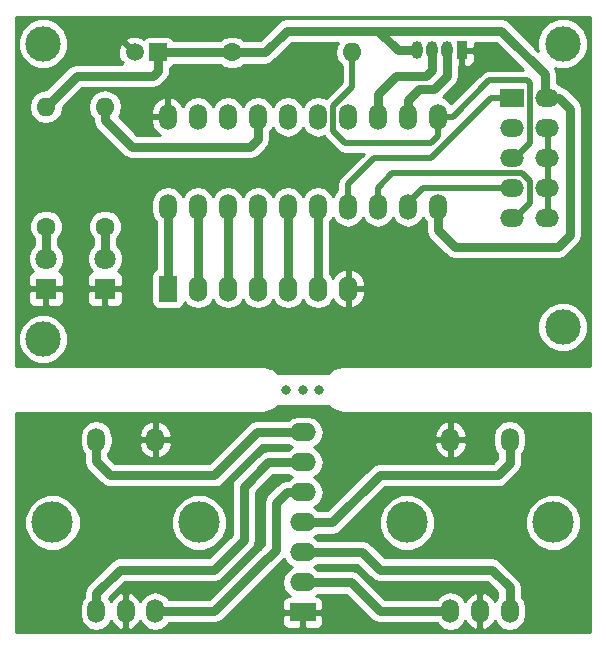
<source format=gtl>
%TF.GenerationSoftware,KiCad,Pcbnew,(2017-10-06 revision 4905bbe50)-master*%
%TF.CreationDate,2017-10-08T22:06:01+03:00*%
%TF.ProjectId,dps5005control,64707335303035636F6E74726F6C2E6B,rev?*%
%TF.SameCoordinates,Original*%
%TF.FileFunction,Copper,L1,Top,Signal*%
%TF.FilePolarity,Positive*%
%FSLAX46Y46*%
G04 Gerber Fmt 4.6, Leading zero omitted, Abs format (unit mm)*
G04 Created by KiCad (PCBNEW (2017-10-06 revision 4905bbe50)-master) date Sun Oct  8 22:06:01 2017*
%MOMM*%
%LPD*%
G01*
G04 APERTURE LIST*
%TA.AperFunction,ComponentPad*%
%ADD10O,1.501140X2.199640*%
%TD*%
%TA.AperFunction,ComponentPad*%
%ADD11R,0.949960X1.498600*%
%TD*%
%TA.AperFunction,ComponentPad*%
%ADD12O,0.949960X1.498600*%
%TD*%
%TA.AperFunction,ComponentPad*%
%ADD13O,1.998980X1.524000*%
%TD*%
%TA.AperFunction,ComponentPad*%
%ADD14R,1.998980X1.524000*%
%TD*%
%TA.AperFunction,ComponentPad*%
%ADD15C,1.500000*%
%TD*%
%TA.AperFunction,ComponentPad*%
%ADD16R,1.500000X1.500000*%
%TD*%
%TA.AperFunction,ComponentPad*%
%ADD17O,1.600000X1.600000*%
%TD*%
%TA.AperFunction,ComponentPad*%
%ADD18C,1.600000*%
%TD*%
%TA.AperFunction,ComponentPad*%
%ADD19C,1.800000*%
%TD*%
%TA.AperFunction,ComponentPad*%
%ADD20R,1.800000X1.800000*%
%TD*%
%TA.AperFunction,ComponentPad*%
%ADD21C,3.000000*%
%TD*%
%TA.AperFunction,ComponentPad*%
%ADD22C,0.800000*%
%TD*%
%TA.AperFunction,ComponentPad*%
%ADD23O,1.501140X1.998980*%
%TD*%
%TA.AperFunction,ComponentPad*%
%ADD24C,3.500120*%
%TD*%
%TA.AperFunction,ComponentPad*%
%ADD25R,1.524000X2.199640*%
%TD*%
%TA.AperFunction,ComponentPad*%
%ADD26O,1.524000X2.199640*%
%TD*%
%TA.AperFunction,ComponentPad*%
%ADD27R,2.199640X1.524000*%
%TD*%
%TA.AperFunction,ComponentPad*%
%ADD28O,2.199640X1.524000*%
%TD*%
%TA.AperFunction,Conductor*%
%ADD29C,0.800000*%
%TD*%
%TA.AperFunction,Conductor*%
%ADD30C,0.500000*%
%TD*%
%TA.AperFunction,Conductor*%
%ADD31C,0.254000*%
%TD*%
G04 APERTURE END LIST*
D10*
%TO.P,U2,1*%
%TO.N,/RST*%
X188830000Y-73340000D03*
%TO.P,U2,2*%
%TO.N,/Rx*%
X186290000Y-73340000D03*
%TO.P,U2,3*%
%TO.N,/Tx*%
X183750000Y-73340000D03*
%TO.P,U2,4*%
%TO.N,Net-(U2-Pad4)*%
X181210000Y-73340000D03*
%TO.P,U2,5*%
%TO.N,Net-(U2-Pad5)*%
X178670000Y-73340000D03*
%TO.P,U2,6*%
%TO.N,Net-(U2-Pad6)*%
X176130000Y-73340000D03*
%TO.P,U2,7*%
%TO.N,/CC_MODE*%
X173590000Y-73340000D03*
%TO.P,U2,8*%
%TO.N,Net-(U2-Pad8)*%
X171050000Y-73340000D03*
%TO.P,U2,9*%
%TO.N,Net-(U2-Pad9)*%
X168510000Y-73340000D03*
%TO.P,U2,10*%
%TO.N,GND*%
X165970000Y-73340000D03*
%TO.P,U2,11*%
%TO.N,/ENC1_SW*%
X165970000Y-80960000D03*
%TO.P,U2,12*%
%TO.N,/ENC1_A*%
X168510000Y-80960000D03*
%TO.P,U2,13*%
%TO.N,/ENC1_B*%
X171050000Y-80960000D03*
%TO.P,U2,14*%
%TO.N,/ENC2_SW*%
X173590000Y-80960000D03*
%TO.P,U2,15*%
%TO.N,/ENC2_A*%
X176130000Y-80960000D03*
%TO.P,U2,16*%
%TO.N,/ENC2_B*%
X178670000Y-80960000D03*
%TO.P,U2,17*%
%TO.N,/MOSI*%
X181210000Y-80960000D03*
%TO.P,U2,18*%
%TO.N,/MISO*%
X183750000Y-80960000D03*
%TO.P,U2,19*%
%TO.N,/SCK*%
X186290000Y-80960000D03*
%TO.P,U2,20*%
%TO.N,+3.3V*%
X188830000Y-80960000D03*
%TD*%
D11*
%TO.P,P2,1*%
%TO.N,GND*%
X190850520Y-67706000D03*
D12*
%TO.P,P2,2*%
%TO.N,/Rx*%
X189600840Y-67706000D03*
%TO.P,P2,3*%
%TO.N,/Tx*%
X188351160Y-67706000D03*
%TO.P,P2,4*%
%TO.N,+3.3V*%
X187101480Y-67706000D03*
%TD*%
D13*
%TO.P,P3,10*%
%TO.N,GND*%
X198114920Y-81915000D03*
%TO.P,P3,9*%
%TO.N,/MISO*%
X195077080Y-81915000D03*
%TO.P,P3,8*%
%TO.N,GND*%
X198114920Y-79375000D03*
%TO.P,P3,7*%
%TO.N,/SCK*%
X195077080Y-79375000D03*
%TO.P,P3,6*%
%TO.N,GND*%
X198114920Y-76835000D03*
%TO.P,P3,5*%
%TO.N,/RST*%
X195077080Y-76835000D03*
%TO.P,P3,4*%
%TO.N,GND*%
X198114920Y-74295000D03*
%TO.P,P3,3*%
%TO.N,Net-(P3-Pad3)*%
X195077080Y-74295000D03*
%TO.P,P3,2*%
%TO.N,+3.3V*%
X198114920Y-71755000D03*
D14*
%TO.P,P3,1*%
%TO.N,/MOSI*%
X195077080Y-71755000D03*
%TD*%
D15*
%TO.P,C1,2*%
%TO.N,GND*%
X163150000Y-67900000D03*
D16*
%TO.P,C1,1*%
%TO.N,+3.3V*%
X165150000Y-67900000D03*
%TD*%
D17*
%TO.P,R1,2*%
%TO.N,/RST*%
X181560000Y-67900000D03*
D18*
%TO.P,R1,1*%
%TO.N,+3.3V*%
X171400000Y-67900000D03*
%TD*%
D19*
%TO.P,D1,2*%
%TO.N,Net-(D1-Pad2)*%
X160650000Y-85360000D03*
D20*
%TO.P,D1,1*%
%TO.N,GND*%
X160650000Y-87900000D03*
%TD*%
D21*
%TO.P,REF\002A\002A,1*%
%TO.N,N/C*%
X155400000Y-92150000D03*
%TD*%
%TO.P,REF\002A\002A,1*%
%TO.N,N/C*%
X199400000Y-91150000D03*
%TD*%
%TO.P,REF\002A\002A,1*%
%TO.N,N/C*%
X199400000Y-67150000D03*
%TD*%
D22*
%TO.P,REF\002A\002A,1*%
%TO.N,N/C*%
X176000000Y-96450000D03*
%TD*%
%TO.P,REF\002A\002A,1*%
%TO.N,N/C*%
X177400000Y-96450000D03*
%TD*%
%TO.P,REF\002A\002A,1*%
%TO.N,N/C*%
X178800000Y-96450000D03*
%TD*%
D23*
%TO.P,ENC1,4*%
%TO.N,/GND*%
X164899360Y-100692560D03*
%TO.P,ENC1,5*%
%TO.N,/_ENC1_SW*%
X159900640Y-100692560D03*
D24*
%TO.P,ENC1,*%
%TO.N,*%
X168600140Y-107692800D03*
X156199860Y-107692800D03*
D23*
%TO.P,ENC1,3*%
%TO.N,/_ENC1_B*%
X164899360Y-115193420D03*
%TO.P,ENC1,2*%
%TO.N,/GND*%
X162400000Y-115193420D03*
%TO.P,ENC1,1*%
%TO.N,/_ENC1_A*%
X159900640Y-115193420D03*
%TD*%
D25*
%TO.P,P4,1*%
%TO.N,/ENC1_SW*%
X165989000Y-87884000D03*
D26*
%TO.P,P4,2*%
%TO.N,/ENC1_A*%
X168529000Y-87884000D03*
%TO.P,P4,3*%
%TO.N,/ENC1_B*%
X171069000Y-87884000D03*
%TO.P,P4,4*%
%TO.N,/ENC2_SW*%
X173609000Y-87884000D03*
%TO.P,P4,5*%
%TO.N,/ENC2_A*%
X176149000Y-87884000D03*
%TO.P,P4,6*%
%TO.N,/ENC2_B*%
X178689000Y-87884000D03*
%TO.P,P4,7*%
%TO.N,GND*%
X181229000Y-87884000D03*
%TD*%
D17*
%TO.P,R3,2*%
%TO.N,+3.3V*%
X155650000Y-72490000D03*
D18*
%TO.P,R3,1*%
%TO.N,Net-(D2-Pad2)*%
X155650000Y-82650000D03*
%TD*%
D21*
%TO.P,REF\002A\002A,1*%
%TO.N,N/C*%
X155400000Y-67150000D03*
%TD*%
D18*
%TO.P,R2,1*%
%TO.N,Net-(D1-Pad2)*%
X160650000Y-82650000D03*
D17*
%TO.P,R2,2*%
%TO.N,/CC_MODE*%
X160650000Y-72490000D03*
%TD*%
D19*
%TO.P,D2,2*%
%TO.N,Net-(D2-Pad2)*%
X155650000Y-85360000D03*
D20*
%TO.P,D2,1*%
%TO.N,GND*%
X155650000Y-87900000D03*
%TD*%
D23*
%TO.P,ENC2,1*%
%TO.N,/_ENC2_B*%
X189900640Y-115193420D03*
%TO.P,ENC2,2*%
%TO.N,/GND*%
X192400000Y-115193420D03*
%TO.P,ENC2,3*%
%TO.N,/_ENC2_A*%
X194899360Y-115193420D03*
D24*
%TO.P,ENC2,*%
%TO.N,*%
X186199860Y-107692800D03*
X198600140Y-107692800D03*
D23*
%TO.P,ENC2,5*%
%TO.N,/GND*%
X189900640Y-100692560D03*
%TO.P,ENC2,4*%
%TO.N,/_ENC2_SW*%
X194899360Y-100692560D03*
%TD*%
D27*
%TO.P,P1,1*%
%TO.N,/GND*%
X177400000Y-115312800D03*
D28*
%TO.P,P1,2*%
%TO.N,/_ENC2_B*%
X177400000Y-112772800D03*
%TO.P,P1,3*%
%TO.N,/_ENC2_A*%
X177400000Y-110232800D03*
%TO.P,P1,4*%
%TO.N,/_ENC2_SW*%
X177400000Y-107692800D03*
%TO.P,P1,5*%
%TO.N,/_ENC1_B*%
X177400000Y-105152800D03*
%TO.P,P1,6*%
%TO.N,/_ENC1_A*%
X177400000Y-102612800D03*
%TO.P,P1,7*%
%TO.N,/_ENC1_SW*%
X177400000Y-100072800D03*
%TD*%
D29*
%TO.N,Net-(D1-Pad2)*%
X160650000Y-82650000D02*
X160650000Y-85360000D01*
%TO.N,/ENC1_A*%
X168510000Y-80960000D02*
X168510000Y-87865000D01*
X168510000Y-87865000D02*
X168529000Y-87884000D01*
%TO.N,/ENC1_B*%
X171050000Y-80960000D02*
X171050000Y-87865000D01*
X171050000Y-87865000D02*
X171069000Y-87884000D01*
%TO.N,/ENC1_SW*%
X165970000Y-80960000D02*
X165970000Y-87865000D01*
X165970000Y-87865000D02*
X165989000Y-87884000D01*
%TO.N,/ENC2_SW*%
X173590000Y-80960000D02*
X173590000Y-87865000D01*
X173590000Y-87865000D02*
X173609000Y-87884000D01*
%TO.N,/ENC2_B*%
X178670000Y-80960000D02*
X178670000Y-87865000D01*
X178670000Y-87865000D02*
X178689000Y-87884000D01*
%TO.N,/ENC2_A*%
X176130000Y-80960000D02*
X176130000Y-87865000D01*
X176130000Y-87865000D02*
X176149000Y-87884000D01*
%TO.N,/Tx*%
X185325180Y-69865000D02*
X187833000Y-69865000D01*
X187833000Y-69865000D02*
X188351160Y-69346840D01*
X183750000Y-73340000D02*
X183750000Y-71440180D01*
X183750000Y-71440180D02*
X185325180Y-69865000D01*
X188351160Y-67706000D02*
X188351160Y-69346840D01*
X188351160Y-67706000D02*
X188351160Y-67980320D01*
%TO.N,/Rx*%
X188468000Y-71008000D02*
X189600840Y-69875160D01*
X189600840Y-69875160D02*
X189600840Y-67706000D01*
X187198000Y-71008000D02*
X188468000Y-71008000D01*
X186290000Y-71916000D02*
X187198000Y-71008000D01*
X186290000Y-73340000D02*
X186290000Y-71916000D01*
D30*
%TO.N,/MISO*%
X196596000Y-78755000D02*
X196596000Y-80645000D01*
X196596000Y-80645000D02*
X195326000Y-81915000D01*
X195961000Y-78120000D02*
X196596000Y-78755000D01*
X184990180Y-78120000D02*
X195961000Y-78120000D01*
X183750000Y-80960000D02*
X183750000Y-79360180D01*
X183750000Y-79360180D02*
X184990180Y-78120000D01*
X183750000Y-80960000D02*
X183750000Y-80610750D01*
X183750000Y-80610750D02*
X183769000Y-80591750D01*
%TO.N,/SCK*%
X195326000Y-79375000D02*
X195311180Y-79360180D01*
X195311180Y-79360180D02*
X187540570Y-79360180D01*
X187540570Y-79360180D02*
X186290000Y-80610750D01*
X186290000Y-80610750D02*
X186290000Y-80960000D01*
D29*
X186309000Y-80591750D02*
X186290000Y-80610750D01*
D30*
%TO.N,/MOSI*%
X193309000Y-71755000D02*
X195326000Y-71755000D01*
X181210000Y-80960000D02*
X181210000Y-79060180D01*
X181210000Y-79060180D02*
X183420180Y-76850000D01*
X183420180Y-76850000D02*
X188214000Y-76850000D01*
X188214000Y-76850000D02*
X193309000Y-71755000D01*
%TO.N,/RST*%
X196596000Y-70500000D02*
X196596000Y-75565000D01*
X196596000Y-75565000D02*
X195326000Y-76835000D01*
X196342000Y-70246000D02*
X196596000Y-70500000D01*
X193174570Y-70246000D02*
X196342000Y-70246000D01*
X188830000Y-73340000D02*
X190080570Y-73340000D01*
X190080570Y-73340000D02*
X193174570Y-70246000D01*
X188214000Y-75580000D02*
X188830000Y-74964000D01*
X188830000Y-74964000D02*
X188830000Y-73340000D01*
X180975000Y-75580000D02*
X188214000Y-75580000D01*
X179959000Y-74564000D02*
X180975000Y-75580000D01*
X179959000Y-72405000D02*
X179959000Y-74564000D01*
X181560000Y-70804000D02*
X179959000Y-72405000D01*
X181560000Y-67900000D02*
X181560000Y-70804000D01*
D29*
%TO.N,/CC_MODE*%
X160650000Y-72490000D02*
X160650000Y-73621370D01*
X160650000Y-73621370D02*
X162928630Y-75900000D01*
X162928630Y-75900000D02*
X172929820Y-75900000D01*
X172929820Y-75900000D02*
X173590000Y-75239820D01*
X173590000Y-75239820D02*
X173590000Y-73340000D01*
%TO.N,Net-(D2-Pad2)*%
X155650000Y-82650000D02*
X155650000Y-85360000D01*
%TO.N,/_ENC1_A*%
X174480000Y-102612800D02*
X177400000Y-102612800D01*
X172400000Y-104692800D02*
X174480000Y-102612800D01*
X172400000Y-109192800D02*
X172400000Y-104692800D01*
X161901770Y-111692800D02*
X169900000Y-111692800D01*
X169900000Y-111692800D02*
X172400000Y-109192800D01*
X159900640Y-113693930D02*
X161901770Y-111692800D01*
D30*
X160147000Y-113447570D02*
X161901770Y-111692800D01*
D29*
X159900640Y-115193420D02*
X159900640Y-113693930D01*
X159900640Y-113693930D02*
X160147000Y-113447570D01*
%TO.N,/_ENC1_B*%
X177400000Y-105152800D02*
X176022000Y-105152800D01*
X175133000Y-109982000D02*
X175133000Y-106041800D01*
X175133000Y-106041800D02*
X176022000Y-105152800D01*
X174422200Y-110692800D02*
X175133000Y-109982000D01*
X174400000Y-110692800D02*
X174422200Y-110692800D01*
X169899380Y-115193420D02*
X164899360Y-115193420D01*
X174400000Y-110692800D02*
X169899380Y-115193420D01*
%TO.N,/_ENC1_SW*%
X169900000Y-103692800D02*
X173520000Y-100072800D01*
X173520000Y-100072800D02*
X177400000Y-100072800D01*
X159900640Y-100692560D02*
X159900640Y-102492050D01*
X159900640Y-102492050D02*
X161101390Y-103692800D01*
X161101390Y-103692800D02*
X169900000Y-103692800D01*
%TO.N,/_ENC2_SW*%
X194899360Y-102693440D02*
X194899360Y-100692560D01*
X193900000Y-103692800D02*
X194899360Y-102693440D01*
X183900000Y-103692800D02*
X193900000Y-103692800D01*
X179900000Y-107692800D02*
X183900000Y-103692800D01*
X177400000Y-107692800D02*
X179900000Y-107692800D01*
%TO.N,/_ENC2_B*%
X183900620Y-115193420D02*
X189900640Y-115193420D01*
X181480000Y-112772800D02*
X183900620Y-115193420D01*
X177400000Y-112772800D02*
X181480000Y-112772800D01*
%TO.N,/_ENC2_A*%
X194899360Y-113192160D02*
X194899360Y-115193420D01*
X193400000Y-111692800D02*
X194899360Y-113192160D01*
X183900000Y-111692800D02*
X193400000Y-111692800D01*
X177400000Y-110232800D02*
X182440000Y-110232800D01*
X182440000Y-110232800D02*
X183900000Y-111692800D01*
%TO.N,+3.3V*%
X190246000Y-84343000D02*
X188830000Y-82927000D01*
X188830000Y-82927000D02*
X188830000Y-80960000D01*
X199009000Y-84343000D02*
X190246000Y-84343000D01*
X200025000Y-83327000D02*
X199009000Y-84343000D01*
X200025000Y-72659000D02*
X200025000Y-83327000D01*
X199121000Y-71755000D02*
X200025000Y-72659000D01*
X197866000Y-71755000D02*
X199121000Y-71755000D01*
X176022000Y-66055000D02*
X183769000Y-66055000D01*
X185420000Y-67706000D02*
X183769000Y-66055000D01*
X183769000Y-66055000D02*
X194183000Y-66055000D01*
X187101480Y-67706000D02*
X185420000Y-67706000D01*
X171400000Y-67900000D02*
X174177000Y-67900000D01*
X174177000Y-67900000D02*
X176022000Y-66055000D01*
X194183000Y-66055000D02*
X197866000Y-69738000D01*
X197866000Y-69738000D02*
X197866000Y-71755000D01*
X171400000Y-67900000D02*
X165150000Y-67900000D01*
X155650000Y-72490000D02*
X158240000Y-69900000D01*
X158240000Y-69900000D02*
X164700000Y-69900000D01*
X164700000Y-69900000D02*
X165150000Y-69450000D01*
X165150000Y-69450000D02*
X165150000Y-67900000D01*
%TD*%
D31*
%TO.N,/GND*%
G36*
X179606320Y-97906770D02*
X180018337Y-98182071D01*
X180146308Y-98235078D01*
X180274278Y-98288085D01*
X180760285Y-98384757D01*
X180830213Y-98384757D01*
X180898800Y-98398400D01*
X201702600Y-98398400D01*
X201702600Y-116968200D01*
X153110000Y-116968200D01*
X153110000Y-108165136D01*
X153814387Y-108165136D01*
X154176726Y-109042063D01*
X154847068Y-109713576D01*
X155723361Y-110077445D01*
X156672196Y-110078273D01*
X157549123Y-109715934D01*
X158220636Y-109045592D01*
X158584505Y-108169299D01*
X158584508Y-108165136D01*
X166214667Y-108165136D01*
X166577006Y-109042063D01*
X167247348Y-109713576D01*
X168123641Y-110077445D01*
X169072476Y-110078273D01*
X169949403Y-109715934D01*
X170620916Y-109045592D01*
X170984785Y-108169299D01*
X170985613Y-107220464D01*
X170623274Y-106343537D01*
X169952932Y-105672024D01*
X169076639Y-105308155D01*
X168127804Y-105307327D01*
X167250877Y-105669666D01*
X166579364Y-106340008D01*
X166215495Y-107216301D01*
X166214667Y-108165136D01*
X158584508Y-108165136D01*
X158585333Y-107220464D01*
X158222994Y-106343537D01*
X157552652Y-105672024D01*
X156676359Y-105308155D01*
X155727524Y-105307327D01*
X154850597Y-105669666D01*
X154179084Y-106340008D01*
X153815215Y-107216301D01*
X153814387Y-108165136D01*
X153110000Y-108165136D01*
X153110000Y-100411618D01*
X158515070Y-100411618D01*
X158515070Y-100973502D01*
X158620540Y-101503737D01*
X158865640Y-101870555D01*
X158865640Y-102492045D01*
X158865639Y-102492050D01*
X158944425Y-102888127D01*
X159168784Y-103223906D01*
X160369532Y-104424653D01*
X160369534Y-104424656D01*
X160659181Y-104618191D01*
X160705313Y-104649015D01*
X161101390Y-104727801D01*
X161101395Y-104727800D01*
X169899995Y-104727800D01*
X169900000Y-104727801D01*
X170296077Y-104649015D01*
X170631856Y-104424656D01*
X173948711Y-101107800D01*
X176110963Y-101107800D01*
X176462664Y-101342800D01*
X176110963Y-101577800D01*
X174480005Y-101577800D01*
X174480000Y-101577799D01*
X174083922Y-101656585D01*
X173963236Y-101737225D01*
X173748144Y-101880944D01*
X173748142Y-101880947D01*
X171668144Y-103960944D01*
X171443785Y-104296723D01*
X171364999Y-104692800D01*
X171365000Y-104692805D01*
X171365000Y-108764089D01*
X169471288Y-110657800D01*
X161901775Y-110657800D01*
X161901770Y-110657799D01*
X161505692Y-110736585D01*
X161459561Y-110767409D01*
X161169914Y-110960944D01*
X161169912Y-110960947D01*
X159168784Y-112962074D01*
X158944425Y-113297853D01*
X158865639Y-113693930D01*
X158865640Y-113693935D01*
X158865640Y-114015425D01*
X158620540Y-114382243D01*
X158515070Y-114912478D01*
X158515070Y-115474362D01*
X158620540Y-116004597D01*
X158920894Y-116454108D01*
X159370405Y-116754462D01*
X159900640Y-116859932D01*
X160430875Y-116754462D01*
X160880386Y-116454108D01*
X161147277Y-116054677D01*
X161150159Y-116065253D01*
X161483676Y-116496130D01*
X161956695Y-116766577D01*
X162058725Y-116785223D01*
X162273000Y-116662569D01*
X162273000Y-115320420D01*
X162253000Y-115320420D01*
X162253000Y-115066420D01*
X162273000Y-115066420D01*
X162273000Y-113724271D01*
X162058725Y-113601617D01*
X161956695Y-113620263D01*
X161483676Y-113890710D01*
X161150159Y-114321587D01*
X161147277Y-114332163D01*
X160978585Y-114079697D01*
X162330481Y-112727800D01*
X169899995Y-112727800D01*
X169900000Y-112727801D01*
X170296077Y-112649015D01*
X170631856Y-112424656D01*
X173131853Y-109924658D01*
X173131856Y-109924656D01*
X173356215Y-109588877D01*
X173373706Y-109500944D01*
X173435001Y-109192800D01*
X173435000Y-109192795D01*
X173435000Y-105121512D01*
X174908711Y-103647800D01*
X176110963Y-103647800D01*
X176462664Y-103882800D01*
X176110963Y-104117800D01*
X176022005Y-104117800D01*
X176022000Y-104117799D01*
X175625923Y-104196585D01*
X175290144Y-104420944D01*
X175290142Y-104420947D01*
X174401144Y-105309944D01*
X174176785Y-105645723D01*
X174097999Y-106041800D01*
X174098000Y-106041805D01*
X174098000Y-109553288D01*
X173735047Y-109916241D01*
X173668144Y-109960944D01*
X173668142Y-109960947D01*
X169470668Y-114158420D01*
X166029906Y-114158420D01*
X165879106Y-113932732D01*
X165429595Y-113632378D01*
X164899360Y-113526908D01*
X164369125Y-113632378D01*
X163919614Y-113932732D01*
X163652723Y-114332163D01*
X163649841Y-114321587D01*
X163316324Y-113890710D01*
X162843305Y-113620263D01*
X162741275Y-113601617D01*
X162527000Y-113724271D01*
X162527000Y-115066420D01*
X162547000Y-115066420D01*
X162547000Y-115320420D01*
X162527000Y-115320420D01*
X162527000Y-116662569D01*
X162741275Y-116785223D01*
X162843305Y-116766577D01*
X163316324Y-116496130D01*
X163649841Y-116065253D01*
X163652723Y-116054677D01*
X163919614Y-116454108D01*
X164369125Y-116754462D01*
X164899360Y-116859932D01*
X165429595Y-116754462D01*
X165879106Y-116454108D01*
X166029906Y-116228420D01*
X169899375Y-116228420D01*
X169899380Y-116228421D01*
X170295457Y-116149635D01*
X170631236Y-115925276D01*
X170957961Y-115598550D01*
X175665180Y-115598550D01*
X175665180Y-116201109D01*
X175761853Y-116434498D01*
X175940481Y-116613127D01*
X176173870Y-116709800D01*
X177114250Y-116709800D01*
X177273000Y-116551050D01*
X177273000Y-115439800D01*
X177527000Y-115439800D01*
X177527000Y-116551050D01*
X177685750Y-116709800D01*
X178626130Y-116709800D01*
X178859519Y-116613127D01*
X179038147Y-116434498D01*
X179134820Y-116201109D01*
X179134820Y-115598550D01*
X178976070Y-115439800D01*
X177527000Y-115439800D01*
X177273000Y-115439800D01*
X175823930Y-115439800D01*
X175665180Y-115598550D01*
X170957961Y-115598550D01*
X175087150Y-111469361D01*
X175154056Y-111424656D01*
X175767081Y-110811631D01*
X176040365Y-111220628D01*
X176462664Y-111502800D01*
X176040365Y-111784972D01*
X175737533Y-112238191D01*
X175631193Y-112772800D01*
X175737533Y-113307409D01*
X176040365Y-113760628D01*
X176272596Y-113915800D01*
X176173870Y-113915800D01*
X175940481Y-114012473D01*
X175761853Y-114191102D01*
X175665180Y-114424491D01*
X175665180Y-115027050D01*
X175823930Y-115185800D01*
X177273000Y-115185800D01*
X177273000Y-115165800D01*
X177527000Y-115165800D01*
X177527000Y-115185800D01*
X178976070Y-115185800D01*
X179134820Y-115027050D01*
X179134820Y-114424491D01*
X179038147Y-114191102D01*
X178859519Y-114012473D01*
X178626130Y-113915800D01*
X178527404Y-113915800D01*
X178689037Y-113807800D01*
X181051288Y-113807800D01*
X183168762Y-115925273D01*
X183168764Y-115925276D01*
X183378256Y-116065253D01*
X183504543Y-116149635D01*
X183900620Y-116228421D01*
X183900625Y-116228420D01*
X188770094Y-116228420D01*
X188920894Y-116454108D01*
X189370405Y-116754462D01*
X189900640Y-116859932D01*
X190430875Y-116754462D01*
X190880386Y-116454108D01*
X191147277Y-116054677D01*
X191150159Y-116065253D01*
X191483676Y-116496130D01*
X191956695Y-116766577D01*
X192058725Y-116785223D01*
X192273000Y-116662569D01*
X192273000Y-115320420D01*
X192253000Y-115320420D01*
X192253000Y-115066420D01*
X192273000Y-115066420D01*
X192273000Y-113724271D01*
X192058725Y-113601617D01*
X191956695Y-113620263D01*
X191483676Y-113890710D01*
X191150159Y-114321587D01*
X191147277Y-114332163D01*
X190880386Y-113932732D01*
X190430875Y-113632378D01*
X189900640Y-113526908D01*
X189370405Y-113632378D01*
X188920894Y-113932732D01*
X188770094Y-114158420D01*
X184329331Y-114158420D01*
X182211856Y-112040944D01*
X181876077Y-111816585D01*
X181480000Y-111737799D01*
X181479995Y-111737800D01*
X178689037Y-111737800D01*
X178337336Y-111502800D01*
X178689037Y-111267800D01*
X182011288Y-111267800D01*
X183168142Y-112424653D01*
X183168144Y-112424656D01*
X183267967Y-112491355D01*
X183503923Y-112649015D01*
X183900000Y-112727801D01*
X183900005Y-112727800D01*
X192971288Y-112727800D01*
X193864360Y-113620871D01*
X193864360Y-114015425D01*
X193652723Y-114332163D01*
X193649841Y-114321587D01*
X193316324Y-113890710D01*
X192843305Y-113620263D01*
X192741275Y-113601617D01*
X192527000Y-113724271D01*
X192527000Y-115066420D01*
X192547000Y-115066420D01*
X192547000Y-115320420D01*
X192527000Y-115320420D01*
X192527000Y-116662569D01*
X192741275Y-116785223D01*
X192843305Y-116766577D01*
X193316324Y-116496130D01*
X193649841Y-116065253D01*
X193652723Y-116054677D01*
X193919614Y-116454108D01*
X194369125Y-116754462D01*
X194899360Y-116859932D01*
X195429595Y-116754462D01*
X195879106Y-116454108D01*
X196179460Y-116004597D01*
X196284930Y-115474362D01*
X196284930Y-114912478D01*
X196179460Y-114382243D01*
X195934360Y-114015425D01*
X195934360Y-113192165D01*
X195934361Y-113192160D01*
X195855575Y-112796082D01*
X195651963Y-112491355D01*
X195631216Y-112460304D01*
X195631213Y-112460302D01*
X194131856Y-110960944D01*
X193796077Y-110736585D01*
X193400000Y-110657799D01*
X193399995Y-110657800D01*
X184328711Y-110657800D01*
X183171856Y-109500944D01*
X182836077Y-109276585D01*
X182440000Y-109197799D01*
X182439995Y-109197800D01*
X178689037Y-109197800D01*
X178337336Y-108962800D01*
X178689037Y-108727800D01*
X179899995Y-108727800D01*
X179900000Y-108727801D01*
X180296077Y-108649015D01*
X180631856Y-108424656D01*
X180891375Y-108165136D01*
X183814387Y-108165136D01*
X184176726Y-109042063D01*
X184847068Y-109713576D01*
X185723361Y-110077445D01*
X186672196Y-110078273D01*
X187549123Y-109715934D01*
X188220636Y-109045592D01*
X188584505Y-108169299D01*
X188584508Y-108165136D01*
X196214667Y-108165136D01*
X196577006Y-109042063D01*
X197247348Y-109713576D01*
X198123641Y-110077445D01*
X199072476Y-110078273D01*
X199949403Y-109715934D01*
X200620916Y-109045592D01*
X200984785Y-108169299D01*
X200985613Y-107220464D01*
X200623274Y-106343537D01*
X199952932Y-105672024D01*
X199076639Y-105308155D01*
X198127804Y-105307327D01*
X197250877Y-105669666D01*
X196579364Y-106340008D01*
X196215495Y-107216301D01*
X196214667Y-108165136D01*
X188584508Y-108165136D01*
X188585333Y-107220464D01*
X188222994Y-106343537D01*
X187552652Y-105672024D01*
X186676359Y-105308155D01*
X185727524Y-105307327D01*
X184850597Y-105669666D01*
X184179084Y-106340008D01*
X183815215Y-107216301D01*
X183814387Y-108165136D01*
X180891375Y-108165136D01*
X184328711Y-104727800D01*
X193899995Y-104727800D01*
X193900000Y-104727801D01*
X194296077Y-104649015D01*
X194631856Y-104424656D01*
X195631213Y-103425298D01*
X195631216Y-103425296D01*
X195816893Y-103147409D01*
X195855575Y-103089518D01*
X195934360Y-102693440D01*
X195934360Y-101870555D01*
X196179460Y-101503737D01*
X196284930Y-100973502D01*
X196284930Y-100411618D01*
X196179460Y-99881383D01*
X195879106Y-99431872D01*
X195429595Y-99131518D01*
X194899360Y-99026048D01*
X194369125Y-99131518D01*
X193919614Y-99431872D01*
X193619260Y-99881383D01*
X193513790Y-100411618D01*
X193513790Y-100973502D01*
X193619260Y-101503737D01*
X193864360Y-101870555D01*
X193864360Y-102264729D01*
X193471288Y-102657800D01*
X183900005Y-102657800D01*
X183900000Y-102657799D01*
X183503922Y-102736585D01*
X183369429Y-102826451D01*
X183168144Y-102960944D01*
X183168142Y-102960947D01*
X179471288Y-106657800D01*
X178689037Y-106657800D01*
X178337336Y-106422800D01*
X178759635Y-106140628D01*
X179062467Y-105687409D01*
X179168807Y-105152800D01*
X179062467Y-104618191D01*
X178759635Y-104164972D01*
X178337336Y-103882800D01*
X178759635Y-103600628D01*
X179062467Y-103147409D01*
X179168807Y-102612800D01*
X179062467Y-102078191D01*
X178759635Y-101624972D01*
X178337336Y-101342800D01*
X178759635Y-101060628D01*
X178774298Y-101038683D01*
X188507559Y-101038683D01*
X188650799Y-101564393D01*
X188984316Y-101995270D01*
X189457335Y-102265717D01*
X189559365Y-102284363D01*
X189773640Y-102161709D01*
X189773640Y-100819560D01*
X190027640Y-100819560D01*
X190027640Y-102161709D01*
X190241915Y-102284363D01*
X190343945Y-102265717D01*
X190816964Y-101995270D01*
X191150481Y-101564393D01*
X191293721Y-101038683D01*
X191133026Y-100819560D01*
X190027640Y-100819560D01*
X189773640Y-100819560D01*
X188668254Y-100819560D01*
X188507559Y-101038683D01*
X178774298Y-101038683D01*
X179062467Y-100607409D01*
X179114377Y-100346437D01*
X188507559Y-100346437D01*
X188668254Y-100565560D01*
X189773640Y-100565560D01*
X189773640Y-99223411D01*
X190027640Y-99223411D01*
X190027640Y-100565560D01*
X191133026Y-100565560D01*
X191293721Y-100346437D01*
X191150481Y-99820727D01*
X190816964Y-99389850D01*
X190343945Y-99119403D01*
X190241915Y-99100757D01*
X190027640Y-99223411D01*
X189773640Y-99223411D01*
X189559365Y-99100757D01*
X189457335Y-99119403D01*
X188984316Y-99389850D01*
X188650799Y-99820727D01*
X188507559Y-100346437D01*
X179114377Y-100346437D01*
X179168807Y-100072800D01*
X179062467Y-99538191D01*
X178759635Y-99084972D01*
X178306416Y-98782140D01*
X177771807Y-98675800D01*
X177028193Y-98675800D01*
X176493584Y-98782140D01*
X176110963Y-99037800D01*
X173520005Y-99037800D01*
X173520000Y-99037799D01*
X173123923Y-99116585D01*
X172788144Y-99340944D01*
X172788142Y-99340947D01*
X169471288Y-102657800D01*
X161530101Y-102657800D01*
X160935640Y-102063338D01*
X160935640Y-101870555D01*
X161180740Y-101503737D01*
X161273244Y-101038683D01*
X163506279Y-101038683D01*
X163649519Y-101564393D01*
X163983036Y-101995270D01*
X164456055Y-102265717D01*
X164558085Y-102284363D01*
X164772360Y-102161709D01*
X164772360Y-100819560D01*
X165026360Y-100819560D01*
X165026360Y-102161709D01*
X165240635Y-102284363D01*
X165342665Y-102265717D01*
X165815684Y-101995270D01*
X166149201Y-101564393D01*
X166292441Y-101038683D01*
X166131746Y-100819560D01*
X165026360Y-100819560D01*
X164772360Y-100819560D01*
X163666974Y-100819560D01*
X163506279Y-101038683D01*
X161273244Y-101038683D01*
X161286210Y-100973502D01*
X161286210Y-100411618D01*
X161273245Y-100346437D01*
X163506279Y-100346437D01*
X163666974Y-100565560D01*
X164772360Y-100565560D01*
X164772360Y-99223411D01*
X165026360Y-99223411D01*
X165026360Y-100565560D01*
X166131746Y-100565560D01*
X166292441Y-100346437D01*
X166149201Y-99820727D01*
X165815684Y-99389850D01*
X165342665Y-99119403D01*
X165240635Y-99100757D01*
X165026360Y-99223411D01*
X164772360Y-99223411D01*
X164558085Y-99100757D01*
X164456055Y-99119403D01*
X163983036Y-99389850D01*
X163649519Y-99820727D01*
X163506279Y-100346437D01*
X161273245Y-100346437D01*
X161180740Y-99881383D01*
X160880386Y-99431872D01*
X160430875Y-99131518D01*
X159900640Y-99026048D01*
X159370405Y-99131518D01*
X158920894Y-99431872D01*
X158620540Y-99881383D01*
X158515070Y-100411618D01*
X153110000Y-100411618D01*
X153110000Y-98398400D01*
X173888400Y-98398400D01*
X173956984Y-98384758D01*
X174026914Y-98384758D01*
X174512922Y-98288085D01*
X174662848Y-98225983D01*
X174768862Y-98182071D01*
X175180880Y-97906770D01*
X175267850Y-97819800D01*
X179519350Y-97819800D01*
X179606320Y-97906770D01*
X179606320Y-97906770D01*
G37*
X179606320Y-97906770D02*
X180018337Y-98182071D01*
X180146308Y-98235078D01*
X180274278Y-98288085D01*
X180760285Y-98384757D01*
X180830213Y-98384757D01*
X180898800Y-98398400D01*
X201702600Y-98398400D01*
X201702600Y-116968200D01*
X153110000Y-116968200D01*
X153110000Y-108165136D01*
X153814387Y-108165136D01*
X154176726Y-109042063D01*
X154847068Y-109713576D01*
X155723361Y-110077445D01*
X156672196Y-110078273D01*
X157549123Y-109715934D01*
X158220636Y-109045592D01*
X158584505Y-108169299D01*
X158584508Y-108165136D01*
X166214667Y-108165136D01*
X166577006Y-109042063D01*
X167247348Y-109713576D01*
X168123641Y-110077445D01*
X169072476Y-110078273D01*
X169949403Y-109715934D01*
X170620916Y-109045592D01*
X170984785Y-108169299D01*
X170985613Y-107220464D01*
X170623274Y-106343537D01*
X169952932Y-105672024D01*
X169076639Y-105308155D01*
X168127804Y-105307327D01*
X167250877Y-105669666D01*
X166579364Y-106340008D01*
X166215495Y-107216301D01*
X166214667Y-108165136D01*
X158584508Y-108165136D01*
X158585333Y-107220464D01*
X158222994Y-106343537D01*
X157552652Y-105672024D01*
X156676359Y-105308155D01*
X155727524Y-105307327D01*
X154850597Y-105669666D01*
X154179084Y-106340008D01*
X153815215Y-107216301D01*
X153814387Y-108165136D01*
X153110000Y-108165136D01*
X153110000Y-100411618D01*
X158515070Y-100411618D01*
X158515070Y-100973502D01*
X158620540Y-101503737D01*
X158865640Y-101870555D01*
X158865640Y-102492045D01*
X158865639Y-102492050D01*
X158944425Y-102888127D01*
X159168784Y-103223906D01*
X160369532Y-104424653D01*
X160369534Y-104424656D01*
X160659181Y-104618191D01*
X160705313Y-104649015D01*
X161101390Y-104727801D01*
X161101395Y-104727800D01*
X169899995Y-104727800D01*
X169900000Y-104727801D01*
X170296077Y-104649015D01*
X170631856Y-104424656D01*
X173948711Y-101107800D01*
X176110963Y-101107800D01*
X176462664Y-101342800D01*
X176110963Y-101577800D01*
X174480005Y-101577800D01*
X174480000Y-101577799D01*
X174083922Y-101656585D01*
X173963236Y-101737225D01*
X173748144Y-101880944D01*
X173748142Y-101880947D01*
X171668144Y-103960944D01*
X171443785Y-104296723D01*
X171364999Y-104692800D01*
X171365000Y-104692805D01*
X171365000Y-108764089D01*
X169471288Y-110657800D01*
X161901775Y-110657800D01*
X161901770Y-110657799D01*
X161505692Y-110736585D01*
X161459561Y-110767409D01*
X161169914Y-110960944D01*
X161169912Y-110960947D01*
X159168784Y-112962074D01*
X158944425Y-113297853D01*
X158865639Y-113693930D01*
X158865640Y-113693935D01*
X158865640Y-114015425D01*
X158620540Y-114382243D01*
X158515070Y-114912478D01*
X158515070Y-115474362D01*
X158620540Y-116004597D01*
X158920894Y-116454108D01*
X159370405Y-116754462D01*
X159900640Y-116859932D01*
X160430875Y-116754462D01*
X160880386Y-116454108D01*
X161147277Y-116054677D01*
X161150159Y-116065253D01*
X161483676Y-116496130D01*
X161956695Y-116766577D01*
X162058725Y-116785223D01*
X162273000Y-116662569D01*
X162273000Y-115320420D01*
X162253000Y-115320420D01*
X162253000Y-115066420D01*
X162273000Y-115066420D01*
X162273000Y-113724271D01*
X162058725Y-113601617D01*
X161956695Y-113620263D01*
X161483676Y-113890710D01*
X161150159Y-114321587D01*
X161147277Y-114332163D01*
X160978585Y-114079697D01*
X162330481Y-112727800D01*
X169899995Y-112727800D01*
X169900000Y-112727801D01*
X170296077Y-112649015D01*
X170631856Y-112424656D01*
X173131853Y-109924658D01*
X173131856Y-109924656D01*
X173356215Y-109588877D01*
X173373706Y-109500944D01*
X173435001Y-109192800D01*
X173435000Y-109192795D01*
X173435000Y-105121512D01*
X174908711Y-103647800D01*
X176110963Y-103647800D01*
X176462664Y-103882800D01*
X176110963Y-104117800D01*
X176022005Y-104117800D01*
X176022000Y-104117799D01*
X175625923Y-104196585D01*
X175290144Y-104420944D01*
X175290142Y-104420947D01*
X174401144Y-105309944D01*
X174176785Y-105645723D01*
X174097999Y-106041800D01*
X174098000Y-106041805D01*
X174098000Y-109553288D01*
X173735047Y-109916241D01*
X173668144Y-109960944D01*
X173668142Y-109960947D01*
X169470668Y-114158420D01*
X166029906Y-114158420D01*
X165879106Y-113932732D01*
X165429595Y-113632378D01*
X164899360Y-113526908D01*
X164369125Y-113632378D01*
X163919614Y-113932732D01*
X163652723Y-114332163D01*
X163649841Y-114321587D01*
X163316324Y-113890710D01*
X162843305Y-113620263D01*
X162741275Y-113601617D01*
X162527000Y-113724271D01*
X162527000Y-115066420D01*
X162547000Y-115066420D01*
X162547000Y-115320420D01*
X162527000Y-115320420D01*
X162527000Y-116662569D01*
X162741275Y-116785223D01*
X162843305Y-116766577D01*
X163316324Y-116496130D01*
X163649841Y-116065253D01*
X163652723Y-116054677D01*
X163919614Y-116454108D01*
X164369125Y-116754462D01*
X164899360Y-116859932D01*
X165429595Y-116754462D01*
X165879106Y-116454108D01*
X166029906Y-116228420D01*
X169899375Y-116228420D01*
X169899380Y-116228421D01*
X170295457Y-116149635D01*
X170631236Y-115925276D01*
X170957961Y-115598550D01*
X175665180Y-115598550D01*
X175665180Y-116201109D01*
X175761853Y-116434498D01*
X175940481Y-116613127D01*
X176173870Y-116709800D01*
X177114250Y-116709800D01*
X177273000Y-116551050D01*
X177273000Y-115439800D01*
X177527000Y-115439800D01*
X177527000Y-116551050D01*
X177685750Y-116709800D01*
X178626130Y-116709800D01*
X178859519Y-116613127D01*
X179038147Y-116434498D01*
X179134820Y-116201109D01*
X179134820Y-115598550D01*
X178976070Y-115439800D01*
X177527000Y-115439800D01*
X177273000Y-115439800D01*
X175823930Y-115439800D01*
X175665180Y-115598550D01*
X170957961Y-115598550D01*
X175087150Y-111469361D01*
X175154056Y-111424656D01*
X175767081Y-110811631D01*
X176040365Y-111220628D01*
X176462664Y-111502800D01*
X176040365Y-111784972D01*
X175737533Y-112238191D01*
X175631193Y-112772800D01*
X175737533Y-113307409D01*
X176040365Y-113760628D01*
X176272596Y-113915800D01*
X176173870Y-113915800D01*
X175940481Y-114012473D01*
X175761853Y-114191102D01*
X175665180Y-114424491D01*
X175665180Y-115027050D01*
X175823930Y-115185800D01*
X177273000Y-115185800D01*
X177273000Y-115165800D01*
X177527000Y-115165800D01*
X177527000Y-115185800D01*
X178976070Y-115185800D01*
X179134820Y-115027050D01*
X179134820Y-114424491D01*
X179038147Y-114191102D01*
X178859519Y-114012473D01*
X178626130Y-113915800D01*
X178527404Y-113915800D01*
X178689037Y-113807800D01*
X181051288Y-113807800D01*
X183168762Y-115925273D01*
X183168764Y-115925276D01*
X183378256Y-116065253D01*
X183504543Y-116149635D01*
X183900620Y-116228421D01*
X183900625Y-116228420D01*
X188770094Y-116228420D01*
X188920894Y-116454108D01*
X189370405Y-116754462D01*
X189900640Y-116859932D01*
X190430875Y-116754462D01*
X190880386Y-116454108D01*
X191147277Y-116054677D01*
X191150159Y-116065253D01*
X191483676Y-116496130D01*
X191956695Y-116766577D01*
X192058725Y-116785223D01*
X192273000Y-116662569D01*
X192273000Y-115320420D01*
X192253000Y-115320420D01*
X192253000Y-115066420D01*
X192273000Y-115066420D01*
X192273000Y-113724271D01*
X192058725Y-113601617D01*
X191956695Y-113620263D01*
X191483676Y-113890710D01*
X191150159Y-114321587D01*
X191147277Y-114332163D01*
X190880386Y-113932732D01*
X190430875Y-113632378D01*
X189900640Y-113526908D01*
X189370405Y-113632378D01*
X188920894Y-113932732D01*
X188770094Y-114158420D01*
X184329331Y-114158420D01*
X182211856Y-112040944D01*
X181876077Y-111816585D01*
X181480000Y-111737799D01*
X181479995Y-111737800D01*
X178689037Y-111737800D01*
X178337336Y-111502800D01*
X178689037Y-111267800D01*
X182011288Y-111267800D01*
X183168142Y-112424653D01*
X183168144Y-112424656D01*
X183267967Y-112491355D01*
X183503923Y-112649015D01*
X183900000Y-112727801D01*
X183900005Y-112727800D01*
X192971288Y-112727800D01*
X193864360Y-113620871D01*
X193864360Y-114015425D01*
X193652723Y-114332163D01*
X193649841Y-114321587D01*
X193316324Y-113890710D01*
X192843305Y-113620263D01*
X192741275Y-113601617D01*
X192527000Y-113724271D01*
X192527000Y-115066420D01*
X192547000Y-115066420D01*
X192547000Y-115320420D01*
X192527000Y-115320420D01*
X192527000Y-116662569D01*
X192741275Y-116785223D01*
X192843305Y-116766577D01*
X193316324Y-116496130D01*
X193649841Y-116065253D01*
X193652723Y-116054677D01*
X193919614Y-116454108D01*
X194369125Y-116754462D01*
X194899360Y-116859932D01*
X195429595Y-116754462D01*
X195879106Y-116454108D01*
X196179460Y-116004597D01*
X196284930Y-115474362D01*
X196284930Y-114912478D01*
X196179460Y-114382243D01*
X195934360Y-114015425D01*
X195934360Y-113192165D01*
X195934361Y-113192160D01*
X195855575Y-112796082D01*
X195651963Y-112491355D01*
X195631216Y-112460304D01*
X195631213Y-112460302D01*
X194131856Y-110960944D01*
X193796077Y-110736585D01*
X193400000Y-110657799D01*
X193399995Y-110657800D01*
X184328711Y-110657800D01*
X183171856Y-109500944D01*
X182836077Y-109276585D01*
X182440000Y-109197799D01*
X182439995Y-109197800D01*
X178689037Y-109197800D01*
X178337336Y-108962800D01*
X178689037Y-108727800D01*
X179899995Y-108727800D01*
X179900000Y-108727801D01*
X180296077Y-108649015D01*
X180631856Y-108424656D01*
X180891375Y-108165136D01*
X183814387Y-108165136D01*
X184176726Y-109042063D01*
X184847068Y-109713576D01*
X185723361Y-110077445D01*
X186672196Y-110078273D01*
X187549123Y-109715934D01*
X188220636Y-109045592D01*
X188584505Y-108169299D01*
X188584508Y-108165136D01*
X196214667Y-108165136D01*
X196577006Y-109042063D01*
X197247348Y-109713576D01*
X198123641Y-110077445D01*
X199072476Y-110078273D01*
X199949403Y-109715934D01*
X200620916Y-109045592D01*
X200984785Y-108169299D01*
X200985613Y-107220464D01*
X200623274Y-106343537D01*
X199952932Y-105672024D01*
X199076639Y-105308155D01*
X198127804Y-105307327D01*
X197250877Y-105669666D01*
X196579364Y-106340008D01*
X196215495Y-107216301D01*
X196214667Y-108165136D01*
X188584508Y-108165136D01*
X188585333Y-107220464D01*
X188222994Y-106343537D01*
X187552652Y-105672024D01*
X186676359Y-105308155D01*
X185727524Y-105307327D01*
X184850597Y-105669666D01*
X184179084Y-106340008D01*
X183815215Y-107216301D01*
X183814387Y-108165136D01*
X180891375Y-108165136D01*
X184328711Y-104727800D01*
X193899995Y-104727800D01*
X193900000Y-104727801D01*
X194296077Y-104649015D01*
X194631856Y-104424656D01*
X195631213Y-103425298D01*
X195631216Y-103425296D01*
X195816893Y-103147409D01*
X195855575Y-103089518D01*
X195934360Y-102693440D01*
X195934360Y-101870555D01*
X196179460Y-101503737D01*
X196284930Y-100973502D01*
X196284930Y-100411618D01*
X196179460Y-99881383D01*
X195879106Y-99431872D01*
X195429595Y-99131518D01*
X194899360Y-99026048D01*
X194369125Y-99131518D01*
X193919614Y-99431872D01*
X193619260Y-99881383D01*
X193513790Y-100411618D01*
X193513790Y-100973502D01*
X193619260Y-101503737D01*
X193864360Y-101870555D01*
X193864360Y-102264729D01*
X193471288Y-102657800D01*
X183900005Y-102657800D01*
X183900000Y-102657799D01*
X183503922Y-102736585D01*
X183369429Y-102826451D01*
X183168144Y-102960944D01*
X183168142Y-102960947D01*
X179471288Y-106657800D01*
X178689037Y-106657800D01*
X178337336Y-106422800D01*
X178759635Y-106140628D01*
X179062467Y-105687409D01*
X179168807Y-105152800D01*
X179062467Y-104618191D01*
X178759635Y-104164972D01*
X178337336Y-103882800D01*
X178759635Y-103600628D01*
X179062467Y-103147409D01*
X179168807Y-102612800D01*
X179062467Y-102078191D01*
X178759635Y-101624972D01*
X178337336Y-101342800D01*
X178759635Y-101060628D01*
X178774298Y-101038683D01*
X188507559Y-101038683D01*
X188650799Y-101564393D01*
X188984316Y-101995270D01*
X189457335Y-102265717D01*
X189559365Y-102284363D01*
X189773640Y-102161709D01*
X189773640Y-100819560D01*
X190027640Y-100819560D01*
X190027640Y-102161709D01*
X190241915Y-102284363D01*
X190343945Y-102265717D01*
X190816964Y-101995270D01*
X191150481Y-101564393D01*
X191293721Y-101038683D01*
X191133026Y-100819560D01*
X190027640Y-100819560D01*
X189773640Y-100819560D01*
X188668254Y-100819560D01*
X188507559Y-101038683D01*
X178774298Y-101038683D01*
X179062467Y-100607409D01*
X179114377Y-100346437D01*
X188507559Y-100346437D01*
X188668254Y-100565560D01*
X189773640Y-100565560D01*
X189773640Y-99223411D01*
X190027640Y-99223411D01*
X190027640Y-100565560D01*
X191133026Y-100565560D01*
X191293721Y-100346437D01*
X191150481Y-99820727D01*
X190816964Y-99389850D01*
X190343945Y-99119403D01*
X190241915Y-99100757D01*
X190027640Y-99223411D01*
X189773640Y-99223411D01*
X189559365Y-99100757D01*
X189457335Y-99119403D01*
X188984316Y-99389850D01*
X188650799Y-99820727D01*
X188507559Y-100346437D01*
X179114377Y-100346437D01*
X179168807Y-100072800D01*
X179062467Y-99538191D01*
X178759635Y-99084972D01*
X178306416Y-98782140D01*
X177771807Y-98675800D01*
X177028193Y-98675800D01*
X176493584Y-98782140D01*
X176110963Y-99037800D01*
X173520005Y-99037800D01*
X173520000Y-99037799D01*
X173123923Y-99116585D01*
X172788144Y-99340944D01*
X172788142Y-99340947D01*
X169471288Y-102657800D01*
X161530101Y-102657800D01*
X160935640Y-102063338D01*
X160935640Y-101870555D01*
X161180740Y-101503737D01*
X161273244Y-101038683D01*
X163506279Y-101038683D01*
X163649519Y-101564393D01*
X163983036Y-101995270D01*
X164456055Y-102265717D01*
X164558085Y-102284363D01*
X164772360Y-102161709D01*
X164772360Y-100819560D01*
X165026360Y-100819560D01*
X165026360Y-102161709D01*
X165240635Y-102284363D01*
X165342665Y-102265717D01*
X165815684Y-101995270D01*
X166149201Y-101564393D01*
X166292441Y-101038683D01*
X166131746Y-100819560D01*
X165026360Y-100819560D01*
X164772360Y-100819560D01*
X163666974Y-100819560D01*
X163506279Y-101038683D01*
X161273244Y-101038683D01*
X161286210Y-100973502D01*
X161286210Y-100411618D01*
X161273245Y-100346437D01*
X163506279Y-100346437D01*
X163666974Y-100565560D01*
X164772360Y-100565560D01*
X164772360Y-99223411D01*
X165026360Y-99223411D01*
X165026360Y-100565560D01*
X166131746Y-100565560D01*
X166292441Y-100346437D01*
X166149201Y-99820727D01*
X165815684Y-99389850D01*
X165342665Y-99119403D01*
X165240635Y-99100757D01*
X165026360Y-99223411D01*
X164772360Y-99223411D01*
X164558085Y-99100757D01*
X164456055Y-99119403D01*
X163983036Y-99389850D01*
X163649519Y-99820727D01*
X163506279Y-100346437D01*
X161273245Y-100346437D01*
X161180740Y-99881383D01*
X160880386Y-99431872D01*
X160430875Y-99131518D01*
X159900640Y-99026048D01*
X159370405Y-99131518D01*
X158920894Y-99431872D01*
X158620540Y-99881383D01*
X158515070Y-100411618D01*
X153110000Y-100411618D01*
X153110000Y-98398400D01*
X173888400Y-98398400D01*
X173956984Y-98384758D01*
X174026914Y-98384758D01*
X174512922Y-98288085D01*
X174662848Y-98225983D01*
X174768862Y-98182071D01*
X175180880Y-97906770D01*
X175267850Y-97819800D01*
X179519350Y-97819800D01*
X179606320Y-97906770D01*
%TO.N,GND*%
G36*
X201690000Y-94440000D02*
X180900000Y-94440000D01*
X180839456Y-94452043D01*
X180760285Y-94452043D01*
X180274278Y-94548715D01*
X180146308Y-94601722D01*
X180018337Y-94654729D01*
X179606320Y-94930030D01*
X179513350Y-95023000D01*
X175273850Y-95023000D01*
X175180880Y-94930030D01*
X174768862Y-94654729D01*
X174662848Y-94610817D01*
X174512922Y-94548715D01*
X174026914Y-94452042D01*
X173956984Y-94452042D01*
X173888400Y-94438400D01*
X153110000Y-94438400D01*
X153110000Y-92572815D01*
X153264630Y-92572815D01*
X153588980Y-93357800D01*
X154189041Y-93958909D01*
X154973459Y-94284628D01*
X155822815Y-94285370D01*
X156607800Y-93961020D01*
X157208909Y-93360959D01*
X157534628Y-92576541D01*
X157535370Y-91727185D01*
X157471586Y-91572815D01*
X197264630Y-91572815D01*
X197588980Y-92357800D01*
X198189041Y-92958909D01*
X198973459Y-93284628D01*
X199822815Y-93285370D01*
X200607800Y-92961020D01*
X201208909Y-92360959D01*
X201534628Y-91576541D01*
X201535370Y-90727185D01*
X201211020Y-89942200D01*
X200610959Y-89341091D01*
X199826541Y-89015372D01*
X198977185Y-89014630D01*
X198192200Y-89338980D01*
X197591091Y-89939041D01*
X197265372Y-90723459D01*
X197264630Y-91572815D01*
X157471586Y-91572815D01*
X157211020Y-90942200D01*
X156610959Y-90341091D01*
X155826541Y-90015372D01*
X154977185Y-90014630D01*
X154192200Y-90338980D01*
X153591091Y-90939041D01*
X153265372Y-91723459D01*
X153264630Y-92572815D01*
X153110000Y-92572815D01*
X153110000Y-88185750D01*
X154115000Y-88185750D01*
X154115000Y-88926309D01*
X154211673Y-89159698D01*
X154390301Y-89338327D01*
X154623690Y-89435000D01*
X155364250Y-89435000D01*
X155523000Y-89276250D01*
X155523000Y-88027000D01*
X155777000Y-88027000D01*
X155777000Y-89276250D01*
X155935750Y-89435000D01*
X156676310Y-89435000D01*
X156909699Y-89338327D01*
X157088327Y-89159698D01*
X157185000Y-88926309D01*
X157185000Y-88185750D01*
X159115000Y-88185750D01*
X159115000Y-88926309D01*
X159211673Y-89159698D01*
X159390301Y-89338327D01*
X159623690Y-89435000D01*
X160364250Y-89435000D01*
X160523000Y-89276250D01*
X160523000Y-88027000D01*
X160777000Y-88027000D01*
X160777000Y-89276250D01*
X160935750Y-89435000D01*
X161676310Y-89435000D01*
X161909699Y-89338327D01*
X162088327Y-89159698D01*
X162185000Y-88926309D01*
X162185000Y-88185750D01*
X162026250Y-88027000D01*
X160777000Y-88027000D01*
X160523000Y-88027000D01*
X159273750Y-88027000D01*
X159115000Y-88185750D01*
X157185000Y-88185750D01*
X157026250Y-88027000D01*
X155777000Y-88027000D01*
X155523000Y-88027000D01*
X154273750Y-88027000D01*
X154115000Y-88185750D01*
X153110000Y-88185750D01*
X153110000Y-85663991D01*
X154114735Y-85663991D01*
X154347932Y-86228371D01*
X154525092Y-86405841D01*
X154390301Y-86461673D01*
X154211673Y-86640302D01*
X154115000Y-86873691D01*
X154115000Y-87614250D01*
X154273750Y-87773000D01*
X155523000Y-87773000D01*
X155523000Y-87753000D01*
X155777000Y-87753000D01*
X155777000Y-87773000D01*
X157026250Y-87773000D01*
X157185000Y-87614250D01*
X157185000Y-86873691D01*
X157088327Y-86640302D01*
X156909699Y-86461673D01*
X156775006Y-86405881D01*
X156950551Y-86230643D01*
X157184733Y-85666670D01*
X157184735Y-85663991D01*
X159114735Y-85663991D01*
X159347932Y-86228371D01*
X159525092Y-86405841D01*
X159390301Y-86461673D01*
X159211673Y-86640302D01*
X159115000Y-86873691D01*
X159115000Y-87614250D01*
X159273750Y-87773000D01*
X160523000Y-87773000D01*
X160523000Y-87753000D01*
X160777000Y-87753000D01*
X160777000Y-87773000D01*
X162026250Y-87773000D01*
X162185000Y-87614250D01*
X162185000Y-86873691D01*
X162088327Y-86640302D01*
X161909699Y-86461673D01*
X161775006Y-86405881D01*
X161950551Y-86230643D01*
X162184733Y-85666670D01*
X162185265Y-85056009D01*
X161952068Y-84491629D01*
X161685000Y-84224094D01*
X161685000Y-83644432D01*
X161865824Y-83463923D01*
X162084750Y-82936691D01*
X162085248Y-82365813D01*
X161867243Y-81838200D01*
X161463923Y-81434176D01*
X160936691Y-81215250D01*
X160365813Y-81214752D01*
X159838200Y-81432757D01*
X159434176Y-81836077D01*
X159215250Y-82363309D01*
X159214752Y-82934187D01*
X159432757Y-83461800D01*
X159615000Y-83644361D01*
X159615000Y-84224270D01*
X159349449Y-84489357D01*
X159115267Y-85053330D01*
X159114735Y-85663991D01*
X157184735Y-85663991D01*
X157185265Y-85056009D01*
X156952068Y-84491629D01*
X156685000Y-84224094D01*
X156685000Y-83644432D01*
X156865824Y-83463923D01*
X157084750Y-82936691D01*
X157085248Y-82365813D01*
X156867243Y-81838200D01*
X156463923Y-81434176D01*
X155936691Y-81215250D01*
X155365813Y-81214752D01*
X154838200Y-81432757D01*
X154434176Y-81836077D01*
X154215250Y-82363309D01*
X154214752Y-82934187D01*
X154432757Y-83461800D01*
X154615000Y-83644361D01*
X154615000Y-84224270D01*
X154349449Y-84489357D01*
X154115267Y-85053330D01*
X154114735Y-85663991D01*
X153110000Y-85663991D01*
X153110000Y-72461887D01*
X154215000Y-72461887D01*
X154215000Y-72518113D01*
X154324233Y-73067264D01*
X154635302Y-73532811D01*
X155100849Y-73843880D01*
X155650000Y-73953113D01*
X156199151Y-73843880D01*
X156664698Y-73532811D01*
X156975767Y-73067264D01*
X157084851Y-72518860D01*
X158668711Y-70935000D01*
X164699995Y-70935000D01*
X164700000Y-70935001D01*
X165096077Y-70856215D01*
X165431856Y-70631856D01*
X165881853Y-70181858D01*
X165881856Y-70181856D01*
X166106215Y-69846077D01*
X166127713Y-69738000D01*
X166185001Y-69450000D01*
X166185000Y-69449995D01*
X166185000Y-69223277D01*
X166357809Y-69107809D01*
X166473277Y-68935000D01*
X170405568Y-68935000D01*
X170586077Y-69115824D01*
X171113309Y-69334750D01*
X171684187Y-69335248D01*
X172211800Y-69117243D01*
X172394361Y-68935000D01*
X174176995Y-68935000D01*
X174177000Y-68935001D01*
X174573077Y-68856215D01*
X174908856Y-68631856D01*
X176450712Y-67090000D01*
X180380414Y-67090000D01*
X180206120Y-67350849D01*
X180096887Y-67900000D01*
X180206120Y-68449151D01*
X180517189Y-68914698D01*
X180675000Y-69020144D01*
X180675000Y-70437421D01*
X179341420Y-71771000D01*
X179200235Y-71676663D01*
X178670000Y-71571193D01*
X178139765Y-71676663D01*
X177690254Y-71977017D01*
X177400000Y-72411412D01*
X177109746Y-71977017D01*
X176660235Y-71676663D01*
X176130000Y-71571193D01*
X175599765Y-71676663D01*
X175150254Y-71977017D01*
X174860000Y-72411412D01*
X174569746Y-71977017D01*
X174120235Y-71676663D01*
X173590000Y-71571193D01*
X173059765Y-71676663D01*
X172610254Y-71977017D01*
X172320000Y-72411412D01*
X172029746Y-71977017D01*
X171580235Y-71676663D01*
X171050000Y-71571193D01*
X170519765Y-71676663D01*
X170070254Y-71977017D01*
X169780000Y-72411412D01*
X169489746Y-71977017D01*
X169040235Y-71676663D01*
X168510000Y-71571193D01*
X167979765Y-71676663D01*
X167530254Y-71977017D01*
X167229900Y-72426528D01*
X167228399Y-72434072D01*
X167201499Y-72343183D01*
X166859944Y-71921202D01*
X166382903Y-71662050D01*
X166311275Y-71647867D01*
X166097000Y-71770521D01*
X166097000Y-73213000D01*
X166117000Y-73213000D01*
X166117000Y-73467000D01*
X166097000Y-73467000D01*
X166097000Y-73487000D01*
X165843000Y-73487000D01*
X165843000Y-73467000D01*
X164584430Y-73467000D01*
X164584430Y-73816250D01*
X164738501Y-74336817D01*
X165080056Y-74758798D01*
X165275550Y-74865000D01*
X163357341Y-74865000D01*
X161809076Y-73316734D01*
X161975767Y-73067264D01*
X162016248Y-72863750D01*
X164584430Y-72863750D01*
X164584430Y-73213000D01*
X165843000Y-73213000D01*
X165843000Y-71770521D01*
X165628725Y-71647867D01*
X165557097Y-71662050D01*
X165080056Y-71921202D01*
X164738501Y-72343183D01*
X164584430Y-72863750D01*
X162016248Y-72863750D01*
X162085000Y-72518113D01*
X162085000Y-72461887D01*
X161975767Y-71912736D01*
X161664698Y-71447189D01*
X161199151Y-71136120D01*
X160650000Y-71026887D01*
X160100849Y-71136120D01*
X159635302Y-71447189D01*
X159324233Y-71912736D01*
X159215000Y-72461887D01*
X159215000Y-72518113D01*
X159324233Y-73067264D01*
X159615000Y-73502427D01*
X159615000Y-73621365D01*
X159614999Y-73621370D01*
X159693785Y-74017447D01*
X159918144Y-74353226D01*
X162196772Y-76631853D01*
X162196774Y-76631856D01*
X162398059Y-76766349D01*
X162532552Y-76856215D01*
X162928630Y-76935000D01*
X172929815Y-76935000D01*
X172929820Y-76935001D01*
X173325897Y-76856215D01*
X173661676Y-76631856D01*
X174321853Y-75971678D01*
X174321856Y-75971676D01*
X174546215Y-75635897D01*
X174555386Y-75589790D01*
X174625001Y-75239820D01*
X174625000Y-75239815D01*
X174625000Y-74620290D01*
X174860000Y-74268588D01*
X175150254Y-74702983D01*
X175599765Y-75003337D01*
X176130000Y-75108807D01*
X176660235Y-75003337D01*
X177109746Y-74702983D01*
X177400000Y-74268588D01*
X177690254Y-74702983D01*
X178139765Y-75003337D01*
X178670000Y-75108807D01*
X179200235Y-75003337D01*
X179206037Y-74999460D01*
X179333210Y-75189790D01*
X180349208Y-76205787D01*
X180349210Y-76205790D01*
X180636325Y-76397633D01*
X180692516Y-76408810D01*
X180975000Y-76465001D01*
X180975005Y-76465000D01*
X182553601Y-76465000D01*
X180584210Y-78434390D01*
X180392367Y-78721505D01*
X180386856Y-78749211D01*
X180324999Y-79060180D01*
X180325000Y-79060185D01*
X180325000Y-79533710D01*
X180230254Y-79597017D01*
X179940000Y-80031412D01*
X179649746Y-79597017D01*
X179200235Y-79296663D01*
X178670000Y-79191193D01*
X178139765Y-79296663D01*
X177690254Y-79597017D01*
X177400000Y-80031412D01*
X177109746Y-79597017D01*
X176660235Y-79296663D01*
X176130000Y-79191193D01*
X175599765Y-79296663D01*
X175150254Y-79597017D01*
X174860000Y-80031412D01*
X174569746Y-79597017D01*
X174120235Y-79296663D01*
X173590000Y-79191193D01*
X173059765Y-79296663D01*
X172610254Y-79597017D01*
X172320000Y-80031412D01*
X172029746Y-79597017D01*
X171580235Y-79296663D01*
X171050000Y-79191193D01*
X170519765Y-79296663D01*
X170070254Y-79597017D01*
X169780000Y-80031412D01*
X169489746Y-79597017D01*
X169040235Y-79296663D01*
X168510000Y-79191193D01*
X167979765Y-79296663D01*
X167530254Y-79597017D01*
X167240000Y-80031412D01*
X166949746Y-79597017D01*
X166500235Y-79296663D01*
X165970000Y-79191193D01*
X165439765Y-79296663D01*
X164990254Y-79597017D01*
X164689900Y-80046528D01*
X164584430Y-80576763D01*
X164584430Y-81343237D01*
X164689900Y-81873472D01*
X164935000Y-82240290D01*
X164935000Y-86215580D01*
X164769191Y-86326371D01*
X164628843Y-86536415D01*
X164579560Y-86784180D01*
X164579560Y-88983820D01*
X164628843Y-89231585D01*
X164769191Y-89441629D01*
X164979235Y-89581977D01*
X165227000Y-89631260D01*
X166751000Y-89631260D01*
X166998765Y-89581977D01*
X167208809Y-89441629D01*
X167349157Y-89231585D01*
X167391358Y-89019423D01*
X167541172Y-89243635D01*
X167994391Y-89546467D01*
X168529000Y-89652807D01*
X169063609Y-89546467D01*
X169516828Y-89243635D01*
X169799000Y-88821336D01*
X170081172Y-89243635D01*
X170534391Y-89546467D01*
X171069000Y-89652807D01*
X171603609Y-89546467D01*
X172056828Y-89243635D01*
X172339000Y-88821336D01*
X172621172Y-89243635D01*
X173074391Y-89546467D01*
X173609000Y-89652807D01*
X174143609Y-89546467D01*
X174596828Y-89243635D01*
X174879000Y-88821336D01*
X175161172Y-89243635D01*
X175614391Y-89546467D01*
X176149000Y-89652807D01*
X176683609Y-89546467D01*
X177136828Y-89243635D01*
X177419000Y-88821336D01*
X177701172Y-89243635D01*
X178154391Y-89546467D01*
X178689000Y-89652807D01*
X179223609Y-89546467D01*
X179676828Y-89243635D01*
X179967647Y-88808394D01*
X179986941Y-88873761D01*
X180330974Y-89299450D01*
X180811723Y-89561080D01*
X180885930Y-89576040D01*
X181102000Y-89453540D01*
X181102000Y-88011000D01*
X181356000Y-88011000D01*
X181356000Y-89453540D01*
X181572070Y-89576040D01*
X181646277Y-89561080D01*
X182127026Y-89299450D01*
X182471059Y-88873761D01*
X182626000Y-88348820D01*
X182626000Y-88011000D01*
X181356000Y-88011000D01*
X181102000Y-88011000D01*
X181082000Y-88011000D01*
X181082000Y-87757000D01*
X181102000Y-87757000D01*
X181102000Y-86314460D01*
X181356000Y-86314460D01*
X181356000Y-87757000D01*
X182626000Y-87757000D01*
X182626000Y-87419180D01*
X182471059Y-86894239D01*
X182127026Y-86468550D01*
X181646277Y-86206920D01*
X181572070Y-86191960D01*
X181356000Y-86314460D01*
X181102000Y-86314460D01*
X180885930Y-86191960D01*
X180811723Y-86206920D01*
X180330974Y-86468550D01*
X179986941Y-86894239D01*
X179967647Y-86959606D01*
X179705000Y-86566527D01*
X179705000Y-82240290D01*
X179940000Y-81888588D01*
X180230254Y-82322983D01*
X180679765Y-82623337D01*
X181210000Y-82728807D01*
X181740235Y-82623337D01*
X182189746Y-82322983D01*
X182480000Y-81888588D01*
X182770254Y-82322983D01*
X183219765Y-82623337D01*
X183750000Y-82728807D01*
X184280235Y-82623337D01*
X184729746Y-82322983D01*
X185020000Y-81888588D01*
X185310254Y-82322983D01*
X185759765Y-82623337D01*
X186290000Y-82728807D01*
X186820235Y-82623337D01*
X187269746Y-82322983D01*
X187560000Y-81888588D01*
X187795000Y-82240290D01*
X187795000Y-82926995D01*
X187794999Y-82927000D01*
X187873785Y-83323077D01*
X188098144Y-83658856D01*
X189514142Y-85074853D01*
X189514144Y-85074856D01*
X189715429Y-85209349D01*
X189849922Y-85299215D01*
X190246000Y-85378000D01*
X199008995Y-85378000D01*
X199009000Y-85378001D01*
X199405077Y-85299215D01*
X199740856Y-85074856D01*
X200756856Y-84058856D01*
X200981215Y-83723077D01*
X201060001Y-83327000D01*
X201060000Y-83326995D01*
X201060000Y-72659005D01*
X201060001Y-72659000D01*
X200981215Y-72262923D01*
X200756856Y-71927144D01*
X200756853Y-71927142D01*
X199852856Y-71023144D01*
X199517077Y-70798785D01*
X199374423Y-70770409D01*
X199372260Y-70767172D01*
X198919041Y-70464340D01*
X198901000Y-70460751D01*
X198901000Y-69738005D01*
X198901001Y-69738000D01*
X198822215Y-69341923D01*
X198759563Y-69248157D01*
X198711156Y-69175710D01*
X198973459Y-69284628D01*
X199822815Y-69285370D01*
X200607800Y-68961020D01*
X201208909Y-68360959D01*
X201534628Y-67576541D01*
X201535370Y-66727185D01*
X201211020Y-65942200D01*
X200610959Y-65341091D01*
X199826541Y-65015372D01*
X198977185Y-65014630D01*
X198192200Y-65338980D01*
X197591091Y-65939041D01*
X197265372Y-66723459D01*
X197264630Y-67572815D01*
X197335117Y-67743405D01*
X194914856Y-65323144D01*
X194579077Y-65098785D01*
X194183000Y-65019999D01*
X194182995Y-65020000D01*
X183769005Y-65020000D01*
X183769000Y-65019999D01*
X183768995Y-65020000D01*
X176022005Y-65020000D01*
X176022000Y-65019999D01*
X175625923Y-65098785D01*
X175290144Y-65323144D01*
X173748288Y-66865000D01*
X172394432Y-66865000D01*
X172213923Y-66684176D01*
X171686691Y-66465250D01*
X171115813Y-66464752D01*
X170588200Y-66682757D01*
X170405639Y-66865000D01*
X166473277Y-66865000D01*
X166357809Y-66692191D01*
X166147765Y-66551843D01*
X165900000Y-66502560D01*
X164400000Y-66502560D01*
X164152235Y-66551843D01*
X163942191Y-66692191D01*
X163895116Y-66762644D01*
X163873923Y-66687540D01*
X163354829Y-66502799D01*
X162804552Y-66530770D01*
X162426077Y-66687540D01*
X162358088Y-66928483D01*
X163150000Y-67720395D01*
X163164143Y-67706253D01*
X163343748Y-67885858D01*
X163329605Y-67900000D01*
X163343748Y-67914143D01*
X163164143Y-68093748D01*
X163150000Y-68079605D01*
X163135858Y-68093748D01*
X162956253Y-67914143D01*
X162970395Y-67900000D01*
X162178483Y-67108088D01*
X161937540Y-67176077D01*
X161752799Y-67695171D01*
X161780770Y-68245448D01*
X161937540Y-68623923D01*
X162178481Y-68691911D01*
X162063426Y-68806966D01*
X162121460Y-68865000D01*
X158240005Y-68865000D01*
X158240000Y-68864999D01*
X157880371Y-68936535D01*
X157843923Y-68943785D01*
X157508144Y-69168144D01*
X157508142Y-69168147D01*
X155649253Y-71027036D01*
X155100849Y-71136120D01*
X154635302Y-71447189D01*
X154324233Y-71912736D01*
X154215000Y-72461887D01*
X153110000Y-72461887D01*
X153110000Y-67572815D01*
X153264630Y-67572815D01*
X153588980Y-68357800D01*
X154189041Y-68958909D01*
X154973459Y-69284628D01*
X155822815Y-69285370D01*
X156607800Y-68961020D01*
X157208909Y-68360959D01*
X157534628Y-67576541D01*
X157535370Y-66727185D01*
X157211020Y-65942200D01*
X156610959Y-65341091D01*
X155826541Y-65015372D01*
X154977185Y-65014630D01*
X154192200Y-65338980D01*
X153591091Y-65939041D01*
X153265372Y-66723459D01*
X153264630Y-67572815D01*
X153110000Y-67572815D01*
X153110000Y-64860000D01*
X201690000Y-64860000D01*
X201690000Y-94440000D01*
X201690000Y-94440000D01*
G37*
X201690000Y-94440000D02*
X180900000Y-94440000D01*
X180839456Y-94452043D01*
X180760285Y-94452043D01*
X180274278Y-94548715D01*
X180146308Y-94601722D01*
X180018337Y-94654729D01*
X179606320Y-94930030D01*
X179513350Y-95023000D01*
X175273850Y-95023000D01*
X175180880Y-94930030D01*
X174768862Y-94654729D01*
X174662848Y-94610817D01*
X174512922Y-94548715D01*
X174026914Y-94452042D01*
X173956984Y-94452042D01*
X173888400Y-94438400D01*
X153110000Y-94438400D01*
X153110000Y-92572815D01*
X153264630Y-92572815D01*
X153588980Y-93357800D01*
X154189041Y-93958909D01*
X154973459Y-94284628D01*
X155822815Y-94285370D01*
X156607800Y-93961020D01*
X157208909Y-93360959D01*
X157534628Y-92576541D01*
X157535370Y-91727185D01*
X157471586Y-91572815D01*
X197264630Y-91572815D01*
X197588980Y-92357800D01*
X198189041Y-92958909D01*
X198973459Y-93284628D01*
X199822815Y-93285370D01*
X200607800Y-92961020D01*
X201208909Y-92360959D01*
X201534628Y-91576541D01*
X201535370Y-90727185D01*
X201211020Y-89942200D01*
X200610959Y-89341091D01*
X199826541Y-89015372D01*
X198977185Y-89014630D01*
X198192200Y-89338980D01*
X197591091Y-89939041D01*
X197265372Y-90723459D01*
X197264630Y-91572815D01*
X157471586Y-91572815D01*
X157211020Y-90942200D01*
X156610959Y-90341091D01*
X155826541Y-90015372D01*
X154977185Y-90014630D01*
X154192200Y-90338980D01*
X153591091Y-90939041D01*
X153265372Y-91723459D01*
X153264630Y-92572815D01*
X153110000Y-92572815D01*
X153110000Y-88185750D01*
X154115000Y-88185750D01*
X154115000Y-88926309D01*
X154211673Y-89159698D01*
X154390301Y-89338327D01*
X154623690Y-89435000D01*
X155364250Y-89435000D01*
X155523000Y-89276250D01*
X155523000Y-88027000D01*
X155777000Y-88027000D01*
X155777000Y-89276250D01*
X155935750Y-89435000D01*
X156676310Y-89435000D01*
X156909699Y-89338327D01*
X157088327Y-89159698D01*
X157185000Y-88926309D01*
X157185000Y-88185750D01*
X159115000Y-88185750D01*
X159115000Y-88926309D01*
X159211673Y-89159698D01*
X159390301Y-89338327D01*
X159623690Y-89435000D01*
X160364250Y-89435000D01*
X160523000Y-89276250D01*
X160523000Y-88027000D01*
X160777000Y-88027000D01*
X160777000Y-89276250D01*
X160935750Y-89435000D01*
X161676310Y-89435000D01*
X161909699Y-89338327D01*
X162088327Y-89159698D01*
X162185000Y-88926309D01*
X162185000Y-88185750D01*
X162026250Y-88027000D01*
X160777000Y-88027000D01*
X160523000Y-88027000D01*
X159273750Y-88027000D01*
X159115000Y-88185750D01*
X157185000Y-88185750D01*
X157026250Y-88027000D01*
X155777000Y-88027000D01*
X155523000Y-88027000D01*
X154273750Y-88027000D01*
X154115000Y-88185750D01*
X153110000Y-88185750D01*
X153110000Y-85663991D01*
X154114735Y-85663991D01*
X154347932Y-86228371D01*
X154525092Y-86405841D01*
X154390301Y-86461673D01*
X154211673Y-86640302D01*
X154115000Y-86873691D01*
X154115000Y-87614250D01*
X154273750Y-87773000D01*
X155523000Y-87773000D01*
X155523000Y-87753000D01*
X155777000Y-87753000D01*
X155777000Y-87773000D01*
X157026250Y-87773000D01*
X157185000Y-87614250D01*
X157185000Y-86873691D01*
X157088327Y-86640302D01*
X156909699Y-86461673D01*
X156775006Y-86405881D01*
X156950551Y-86230643D01*
X157184733Y-85666670D01*
X157184735Y-85663991D01*
X159114735Y-85663991D01*
X159347932Y-86228371D01*
X159525092Y-86405841D01*
X159390301Y-86461673D01*
X159211673Y-86640302D01*
X159115000Y-86873691D01*
X159115000Y-87614250D01*
X159273750Y-87773000D01*
X160523000Y-87773000D01*
X160523000Y-87753000D01*
X160777000Y-87753000D01*
X160777000Y-87773000D01*
X162026250Y-87773000D01*
X162185000Y-87614250D01*
X162185000Y-86873691D01*
X162088327Y-86640302D01*
X161909699Y-86461673D01*
X161775006Y-86405881D01*
X161950551Y-86230643D01*
X162184733Y-85666670D01*
X162185265Y-85056009D01*
X161952068Y-84491629D01*
X161685000Y-84224094D01*
X161685000Y-83644432D01*
X161865824Y-83463923D01*
X162084750Y-82936691D01*
X162085248Y-82365813D01*
X161867243Y-81838200D01*
X161463923Y-81434176D01*
X160936691Y-81215250D01*
X160365813Y-81214752D01*
X159838200Y-81432757D01*
X159434176Y-81836077D01*
X159215250Y-82363309D01*
X159214752Y-82934187D01*
X159432757Y-83461800D01*
X159615000Y-83644361D01*
X159615000Y-84224270D01*
X159349449Y-84489357D01*
X159115267Y-85053330D01*
X159114735Y-85663991D01*
X157184735Y-85663991D01*
X157185265Y-85056009D01*
X156952068Y-84491629D01*
X156685000Y-84224094D01*
X156685000Y-83644432D01*
X156865824Y-83463923D01*
X157084750Y-82936691D01*
X157085248Y-82365813D01*
X156867243Y-81838200D01*
X156463923Y-81434176D01*
X155936691Y-81215250D01*
X155365813Y-81214752D01*
X154838200Y-81432757D01*
X154434176Y-81836077D01*
X154215250Y-82363309D01*
X154214752Y-82934187D01*
X154432757Y-83461800D01*
X154615000Y-83644361D01*
X154615000Y-84224270D01*
X154349449Y-84489357D01*
X154115267Y-85053330D01*
X154114735Y-85663991D01*
X153110000Y-85663991D01*
X153110000Y-72461887D01*
X154215000Y-72461887D01*
X154215000Y-72518113D01*
X154324233Y-73067264D01*
X154635302Y-73532811D01*
X155100849Y-73843880D01*
X155650000Y-73953113D01*
X156199151Y-73843880D01*
X156664698Y-73532811D01*
X156975767Y-73067264D01*
X157084851Y-72518860D01*
X158668711Y-70935000D01*
X164699995Y-70935000D01*
X164700000Y-70935001D01*
X165096077Y-70856215D01*
X165431856Y-70631856D01*
X165881853Y-70181858D01*
X165881856Y-70181856D01*
X166106215Y-69846077D01*
X166127713Y-69738000D01*
X166185001Y-69450000D01*
X166185000Y-69449995D01*
X166185000Y-69223277D01*
X166357809Y-69107809D01*
X166473277Y-68935000D01*
X170405568Y-68935000D01*
X170586077Y-69115824D01*
X171113309Y-69334750D01*
X171684187Y-69335248D01*
X172211800Y-69117243D01*
X172394361Y-68935000D01*
X174176995Y-68935000D01*
X174177000Y-68935001D01*
X174573077Y-68856215D01*
X174908856Y-68631856D01*
X176450712Y-67090000D01*
X180380414Y-67090000D01*
X180206120Y-67350849D01*
X180096887Y-67900000D01*
X180206120Y-68449151D01*
X180517189Y-68914698D01*
X180675000Y-69020144D01*
X180675000Y-70437421D01*
X179341420Y-71771000D01*
X179200235Y-71676663D01*
X178670000Y-71571193D01*
X178139765Y-71676663D01*
X177690254Y-71977017D01*
X177400000Y-72411412D01*
X177109746Y-71977017D01*
X176660235Y-71676663D01*
X176130000Y-71571193D01*
X175599765Y-71676663D01*
X175150254Y-71977017D01*
X174860000Y-72411412D01*
X174569746Y-71977017D01*
X174120235Y-71676663D01*
X173590000Y-71571193D01*
X173059765Y-71676663D01*
X172610254Y-71977017D01*
X172320000Y-72411412D01*
X172029746Y-71977017D01*
X171580235Y-71676663D01*
X171050000Y-71571193D01*
X170519765Y-71676663D01*
X170070254Y-71977017D01*
X169780000Y-72411412D01*
X169489746Y-71977017D01*
X169040235Y-71676663D01*
X168510000Y-71571193D01*
X167979765Y-71676663D01*
X167530254Y-71977017D01*
X167229900Y-72426528D01*
X167228399Y-72434072D01*
X167201499Y-72343183D01*
X166859944Y-71921202D01*
X166382903Y-71662050D01*
X166311275Y-71647867D01*
X166097000Y-71770521D01*
X166097000Y-73213000D01*
X166117000Y-73213000D01*
X166117000Y-73467000D01*
X166097000Y-73467000D01*
X166097000Y-73487000D01*
X165843000Y-73487000D01*
X165843000Y-73467000D01*
X164584430Y-73467000D01*
X164584430Y-73816250D01*
X164738501Y-74336817D01*
X165080056Y-74758798D01*
X165275550Y-74865000D01*
X163357341Y-74865000D01*
X161809076Y-73316734D01*
X161975767Y-73067264D01*
X162016248Y-72863750D01*
X164584430Y-72863750D01*
X164584430Y-73213000D01*
X165843000Y-73213000D01*
X165843000Y-71770521D01*
X165628725Y-71647867D01*
X165557097Y-71662050D01*
X165080056Y-71921202D01*
X164738501Y-72343183D01*
X164584430Y-72863750D01*
X162016248Y-72863750D01*
X162085000Y-72518113D01*
X162085000Y-72461887D01*
X161975767Y-71912736D01*
X161664698Y-71447189D01*
X161199151Y-71136120D01*
X160650000Y-71026887D01*
X160100849Y-71136120D01*
X159635302Y-71447189D01*
X159324233Y-71912736D01*
X159215000Y-72461887D01*
X159215000Y-72518113D01*
X159324233Y-73067264D01*
X159615000Y-73502427D01*
X159615000Y-73621365D01*
X159614999Y-73621370D01*
X159693785Y-74017447D01*
X159918144Y-74353226D01*
X162196772Y-76631853D01*
X162196774Y-76631856D01*
X162398059Y-76766349D01*
X162532552Y-76856215D01*
X162928630Y-76935000D01*
X172929815Y-76935000D01*
X172929820Y-76935001D01*
X173325897Y-76856215D01*
X173661676Y-76631856D01*
X174321853Y-75971678D01*
X174321856Y-75971676D01*
X174546215Y-75635897D01*
X174555386Y-75589790D01*
X174625001Y-75239820D01*
X174625000Y-75239815D01*
X174625000Y-74620290D01*
X174860000Y-74268588D01*
X175150254Y-74702983D01*
X175599765Y-75003337D01*
X176130000Y-75108807D01*
X176660235Y-75003337D01*
X177109746Y-74702983D01*
X177400000Y-74268588D01*
X177690254Y-74702983D01*
X178139765Y-75003337D01*
X178670000Y-75108807D01*
X179200235Y-75003337D01*
X179206037Y-74999460D01*
X179333210Y-75189790D01*
X180349208Y-76205787D01*
X180349210Y-76205790D01*
X180636325Y-76397633D01*
X180692516Y-76408810D01*
X180975000Y-76465001D01*
X180975005Y-76465000D01*
X182553601Y-76465000D01*
X180584210Y-78434390D01*
X180392367Y-78721505D01*
X180386856Y-78749211D01*
X180324999Y-79060180D01*
X180325000Y-79060185D01*
X180325000Y-79533710D01*
X180230254Y-79597017D01*
X179940000Y-80031412D01*
X179649746Y-79597017D01*
X179200235Y-79296663D01*
X178670000Y-79191193D01*
X178139765Y-79296663D01*
X177690254Y-79597017D01*
X177400000Y-80031412D01*
X177109746Y-79597017D01*
X176660235Y-79296663D01*
X176130000Y-79191193D01*
X175599765Y-79296663D01*
X175150254Y-79597017D01*
X174860000Y-80031412D01*
X174569746Y-79597017D01*
X174120235Y-79296663D01*
X173590000Y-79191193D01*
X173059765Y-79296663D01*
X172610254Y-79597017D01*
X172320000Y-80031412D01*
X172029746Y-79597017D01*
X171580235Y-79296663D01*
X171050000Y-79191193D01*
X170519765Y-79296663D01*
X170070254Y-79597017D01*
X169780000Y-80031412D01*
X169489746Y-79597017D01*
X169040235Y-79296663D01*
X168510000Y-79191193D01*
X167979765Y-79296663D01*
X167530254Y-79597017D01*
X167240000Y-80031412D01*
X166949746Y-79597017D01*
X166500235Y-79296663D01*
X165970000Y-79191193D01*
X165439765Y-79296663D01*
X164990254Y-79597017D01*
X164689900Y-80046528D01*
X164584430Y-80576763D01*
X164584430Y-81343237D01*
X164689900Y-81873472D01*
X164935000Y-82240290D01*
X164935000Y-86215580D01*
X164769191Y-86326371D01*
X164628843Y-86536415D01*
X164579560Y-86784180D01*
X164579560Y-88983820D01*
X164628843Y-89231585D01*
X164769191Y-89441629D01*
X164979235Y-89581977D01*
X165227000Y-89631260D01*
X166751000Y-89631260D01*
X166998765Y-89581977D01*
X167208809Y-89441629D01*
X167349157Y-89231585D01*
X167391358Y-89019423D01*
X167541172Y-89243635D01*
X167994391Y-89546467D01*
X168529000Y-89652807D01*
X169063609Y-89546467D01*
X169516828Y-89243635D01*
X169799000Y-88821336D01*
X170081172Y-89243635D01*
X170534391Y-89546467D01*
X171069000Y-89652807D01*
X171603609Y-89546467D01*
X172056828Y-89243635D01*
X172339000Y-88821336D01*
X172621172Y-89243635D01*
X173074391Y-89546467D01*
X173609000Y-89652807D01*
X174143609Y-89546467D01*
X174596828Y-89243635D01*
X174879000Y-88821336D01*
X175161172Y-89243635D01*
X175614391Y-89546467D01*
X176149000Y-89652807D01*
X176683609Y-89546467D01*
X177136828Y-89243635D01*
X177419000Y-88821336D01*
X177701172Y-89243635D01*
X178154391Y-89546467D01*
X178689000Y-89652807D01*
X179223609Y-89546467D01*
X179676828Y-89243635D01*
X179967647Y-88808394D01*
X179986941Y-88873761D01*
X180330974Y-89299450D01*
X180811723Y-89561080D01*
X180885930Y-89576040D01*
X181102000Y-89453540D01*
X181102000Y-88011000D01*
X181356000Y-88011000D01*
X181356000Y-89453540D01*
X181572070Y-89576040D01*
X181646277Y-89561080D01*
X182127026Y-89299450D01*
X182471059Y-88873761D01*
X182626000Y-88348820D01*
X182626000Y-88011000D01*
X181356000Y-88011000D01*
X181102000Y-88011000D01*
X181082000Y-88011000D01*
X181082000Y-87757000D01*
X181102000Y-87757000D01*
X181102000Y-86314460D01*
X181356000Y-86314460D01*
X181356000Y-87757000D01*
X182626000Y-87757000D01*
X182626000Y-87419180D01*
X182471059Y-86894239D01*
X182127026Y-86468550D01*
X181646277Y-86206920D01*
X181572070Y-86191960D01*
X181356000Y-86314460D01*
X181102000Y-86314460D01*
X180885930Y-86191960D01*
X180811723Y-86206920D01*
X180330974Y-86468550D01*
X179986941Y-86894239D01*
X179967647Y-86959606D01*
X179705000Y-86566527D01*
X179705000Y-82240290D01*
X179940000Y-81888588D01*
X180230254Y-82322983D01*
X180679765Y-82623337D01*
X181210000Y-82728807D01*
X181740235Y-82623337D01*
X182189746Y-82322983D01*
X182480000Y-81888588D01*
X182770254Y-82322983D01*
X183219765Y-82623337D01*
X183750000Y-82728807D01*
X184280235Y-82623337D01*
X184729746Y-82322983D01*
X185020000Y-81888588D01*
X185310254Y-82322983D01*
X185759765Y-82623337D01*
X186290000Y-82728807D01*
X186820235Y-82623337D01*
X187269746Y-82322983D01*
X187560000Y-81888588D01*
X187795000Y-82240290D01*
X187795000Y-82926995D01*
X187794999Y-82927000D01*
X187873785Y-83323077D01*
X188098144Y-83658856D01*
X189514142Y-85074853D01*
X189514144Y-85074856D01*
X189715429Y-85209349D01*
X189849922Y-85299215D01*
X190246000Y-85378000D01*
X199008995Y-85378000D01*
X199009000Y-85378001D01*
X199405077Y-85299215D01*
X199740856Y-85074856D01*
X200756856Y-84058856D01*
X200981215Y-83723077D01*
X201060001Y-83327000D01*
X201060000Y-83326995D01*
X201060000Y-72659005D01*
X201060001Y-72659000D01*
X200981215Y-72262923D01*
X200756856Y-71927144D01*
X200756853Y-71927142D01*
X199852856Y-71023144D01*
X199517077Y-70798785D01*
X199374423Y-70770409D01*
X199372260Y-70767172D01*
X198919041Y-70464340D01*
X198901000Y-70460751D01*
X198901000Y-69738005D01*
X198901001Y-69738000D01*
X198822215Y-69341923D01*
X198759563Y-69248157D01*
X198711156Y-69175710D01*
X198973459Y-69284628D01*
X199822815Y-69285370D01*
X200607800Y-68961020D01*
X201208909Y-68360959D01*
X201534628Y-67576541D01*
X201535370Y-66727185D01*
X201211020Y-65942200D01*
X200610959Y-65341091D01*
X199826541Y-65015372D01*
X198977185Y-65014630D01*
X198192200Y-65338980D01*
X197591091Y-65939041D01*
X197265372Y-66723459D01*
X197264630Y-67572815D01*
X197335117Y-67743405D01*
X194914856Y-65323144D01*
X194579077Y-65098785D01*
X194183000Y-65019999D01*
X194182995Y-65020000D01*
X183769005Y-65020000D01*
X183769000Y-65019999D01*
X183768995Y-65020000D01*
X176022005Y-65020000D01*
X176022000Y-65019999D01*
X175625923Y-65098785D01*
X175290144Y-65323144D01*
X173748288Y-66865000D01*
X172394432Y-66865000D01*
X172213923Y-66684176D01*
X171686691Y-66465250D01*
X171115813Y-66464752D01*
X170588200Y-66682757D01*
X170405639Y-66865000D01*
X166473277Y-66865000D01*
X166357809Y-66692191D01*
X166147765Y-66551843D01*
X165900000Y-66502560D01*
X164400000Y-66502560D01*
X164152235Y-66551843D01*
X163942191Y-66692191D01*
X163895116Y-66762644D01*
X163873923Y-66687540D01*
X163354829Y-66502799D01*
X162804552Y-66530770D01*
X162426077Y-66687540D01*
X162358088Y-66928483D01*
X163150000Y-67720395D01*
X163164143Y-67706253D01*
X163343748Y-67885858D01*
X163329605Y-67900000D01*
X163343748Y-67914143D01*
X163164143Y-68093748D01*
X163150000Y-68079605D01*
X163135858Y-68093748D01*
X162956253Y-67914143D01*
X162970395Y-67900000D01*
X162178483Y-67108088D01*
X161937540Y-67176077D01*
X161752799Y-67695171D01*
X161780770Y-68245448D01*
X161937540Y-68623923D01*
X162178481Y-68691911D01*
X162063426Y-68806966D01*
X162121460Y-68865000D01*
X158240005Y-68865000D01*
X158240000Y-68864999D01*
X157880371Y-68936535D01*
X157843923Y-68943785D01*
X157508144Y-69168144D01*
X157508142Y-69168147D01*
X155649253Y-71027036D01*
X155100849Y-71136120D01*
X154635302Y-71447189D01*
X154324233Y-71912736D01*
X154215000Y-72461887D01*
X153110000Y-72461887D01*
X153110000Y-67572815D01*
X153264630Y-67572815D01*
X153588980Y-68357800D01*
X154189041Y-68958909D01*
X154973459Y-69284628D01*
X155822815Y-69285370D01*
X156607800Y-68961020D01*
X157208909Y-68360959D01*
X157534628Y-67576541D01*
X157535370Y-66727185D01*
X157211020Y-65942200D01*
X156610959Y-65341091D01*
X155826541Y-65015372D01*
X154977185Y-65014630D01*
X154192200Y-65338980D01*
X153591091Y-65939041D01*
X153265372Y-66723459D01*
X153264630Y-67572815D01*
X153110000Y-67572815D01*
X153110000Y-64860000D01*
X201690000Y-64860000D01*
X201690000Y-94440000D01*
G36*
X198241920Y-74168000D02*
X198261920Y-74168000D01*
X198261920Y-74422000D01*
X198241920Y-74422000D01*
X198241920Y-75538254D01*
X198279095Y-75565000D01*
X198241920Y-75591746D01*
X198241920Y-76708000D01*
X198261920Y-76708000D01*
X198261920Y-76962000D01*
X198241920Y-76962000D01*
X198241920Y-78078254D01*
X198279095Y-78105000D01*
X198241920Y-78131746D01*
X198241920Y-79248000D01*
X198261920Y-79248000D01*
X198261920Y-79502000D01*
X198241920Y-79502000D01*
X198241920Y-80618254D01*
X198279095Y-80645000D01*
X198241920Y-80671746D01*
X198241920Y-81788000D01*
X198261920Y-81788000D01*
X198261920Y-82042000D01*
X198241920Y-82042000D01*
X198241920Y-82062000D01*
X197987920Y-82062000D01*
X197987920Y-82042000D01*
X197967920Y-82042000D01*
X197967920Y-81788000D01*
X197987920Y-81788000D01*
X197987920Y-80671746D01*
X197950745Y-80645000D01*
X197987920Y-80618254D01*
X197987920Y-79502000D01*
X197967920Y-79502000D01*
X197967920Y-79248000D01*
X197987920Y-79248000D01*
X197987920Y-78131746D01*
X197950745Y-78105000D01*
X197987920Y-78078254D01*
X197987920Y-76962000D01*
X197967920Y-76962000D01*
X197967920Y-76708000D01*
X197987920Y-76708000D01*
X197987920Y-75591746D01*
X197950745Y-75565000D01*
X197987920Y-75538254D01*
X197987920Y-74422000D01*
X197967920Y-74422000D01*
X197967920Y-74168000D01*
X197987920Y-74168000D01*
X197987920Y-74148000D01*
X198241920Y-74148000D01*
X198241920Y-74168000D01*
X198241920Y-74168000D01*
G37*
X198241920Y-74168000D02*
X198261920Y-74168000D01*
X198261920Y-74422000D01*
X198241920Y-74422000D01*
X198241920Y-75538254D01*
X198279095Y-75565000D01*
X198241920Y-75591746D01*
X198241920Y-76708000D01*
X198261920Y-76708000D01*
X198261920Y-76962000D01*
X198241920Y-76962000D01*
X198241920Y-78078254D01*
X198279095Y-78105000D01*
X198241920Y-78131746D01*
X198241920Y-79248000D01*
X198261920Y-79248000D01*
X198261920Y-79502000D01*
X198241920Y-79502000D01*
X198241920Y-80618254D01*
X198279095Y-80645000D01*
X198241920Y-80671746D01*
X198241920Y-81788000D01*
X198261920Y-81788000D01*
X198261920Y-82042000D01*
X198241920Y-82042000D01*
X198241920Y-82062000D01*
X197987920Y-82062000D01*
X197987920Y-82042000D01*
X197967920Y-82042000D01*
X197967920Y-81788000D01*
X197987920Y-81788000D01*
X197987920Y-80671746D01*
X197950745Y-80645000D01*
X197987920Y-80618254D01*
X197987920Y-79502000D01*
X197967920Y-79502000D01*
X197967920Y-79248000D01*
X197987920Y-79248000D01*
X197987920Y-78131746D01*
X197950745Y-78105000D01*
X197987920Y-78078254D01*
X197987920Y-76962000D01*
X197967920Y-76962000D01*
X197967920Y-76708000D01*
X197987920Y-76708000D01*
X197987920Y-75591746D01*
X197950745Y-75565000D01*
X197987920Y-75538254D01*
X197987920Y-74422000D01*
X197967920Y-74422000D01*
X197967920Y-74168000D01*
X197987920Y-74168000D01*
X197987920Y-74148000D01*
X198241920Y-74148000D01*
X198241920Y-74168000D01*
G36*
X196025289Y-69361000D02*
X193174575Y-69361000D01*
X193174570Y-69360999D01*
X192892086Y-69417190D01*
X192835895Y-69428367D01*
X192548780Y-69620210D01*
X192548778Y-69620213D01*
X189962845Y-72206145D01*
X189809746Y-71977017D01*
X189360235Y-71676663D01*
X189279173Y-71660539D01*
X190332693Y-70607018D01*
X190332696Y-70607016D01*
X190557055Y-70271237D01*
X190574834Y-70181856D01*
X190635841Y-69875160D01*
X190635840Y-69875155D01*
X190635840Y-69019230D01*
X190723520Y-68931550D01*
X190723520Y-67833000D01*
X190977520Y-67833000D01*
X190977520Y-68931550D01*
X191136270Y-69090300D01*
X191451809Y-69090300D01*
X191685198Y-68993627D01*
X191863827Y-68814999D01*
X191960500Y-68581610D01*
X191960500Y-67991750D01*
X191801750Y-67833000D01*
X190977520Y-67833000D01*
X190723520Y-67833000D01*
X190710820Y-67833000D01*
X190710820Y-67579000D01*
X190723520Y-67579000D01*
X190723520Y-67559000D01*
X190977520Y-67559000D01*
X190977520Y-67579000D01*
X191801750Y-67579000D01*
X191960500Y-67420250D01*
X191960500Y-67090000D01*
X193754288Y-67090000D01*
X196025289Y-69361000D01*
X196025289Y-69361000D01*
G37*
X196025289Y-69361000D02*
X193174575Y-69361000D01*
X193174570Y-69360999D01*
X192892086Y-69417190D01*
X192835895Y-69428367D01*
X192548780Y-69620210D01*
X192548778Y-69620213D01*
X189962845Y-72206145D01*
X189809746Y-71977017D01*
X189360235Y-71676663D01*
X189279173Y-71660539D01*
X190332693Y-70607018D01*
X190332696Y-70607016D01*
X190557055Y-70271237D01*
X190574834Y-70181856D01*
X190635841Y-69875160D01*
X190635840Y-69875155D01*
X190635840Y-69019230D01*
X190723520Y-68931550D01*
X190723520Y-67833000D01*
X190977520Y-67833000D01*
X190977520Y-68931550D01*
X191136270Y-69090300D01*
X191451809Y-69090300D01*
X191685198Y-68993627D01*
X191863827Y-68814999D01*
X191960500Y-68581610D01*
X191960500Y-67991750D01*
X191801750Y-67833000D01*
X190977520Y-67833000D01*
X190723520Y-67833000D01*
X190710820Y-67833000D01*
X190710820Y-67579000D01*
X190723520Y-67579000D01*
X190723520Y-67559000D01*
X190977520Y-67559000D01*
X190977520Y-67579000D01*
X191801750Y-67579000D01*
X191960500Y-67420250D01*
X191960500Y-67090000D01*
X193754288Y-67090000D01*
X196025289Y-69361000D01*
%TD*%
M02*

</source>
